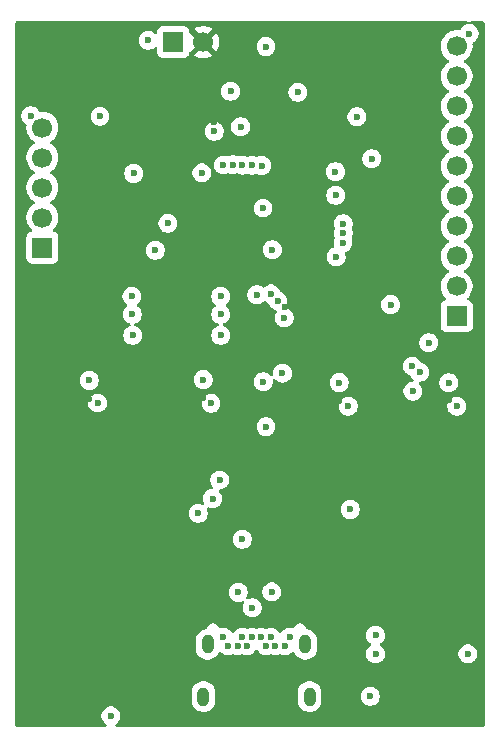
<source format=gbr>
%TF.GenerationSoftware,KiCad,Pcbnew,9.0.4*%
%TF.CreationDate,2025-09-10T15:59:19+03:00*%
%TF.ProjectId,Asius1,41736975-7331-42e6-9b69-6361645f7063,rev?*%
%TF.SameCoordinates,Original*%
%TF.FileFunction,Copper,L3,Inr*%
%TF.FilePolarity,Positive*%
%FSLAX46Y46*%
G04 Gerber Fmt 4.6, Leading zero omitted, Abs format (unit mm)*
G04 Created by KiCad (PCBNEW 9.0.4) date 2025-09-10 15:59:19*
%MOMM*%
%LPD*%
G01*
G04 APERTURE LIST*
%TA.AperFunction,ComponentPad*%
%ADD10O,1.000000X1.600000*%
%TD*%
%TA.AperFunction,ComponentPad*%
%ADD11C,0.600000*%
%TD*%
%TA.AperFunction,ComponentPad*%
%ADD12R,1.700000X1.700000*%
%TD*%
%TA.AperFunction,ComponentPad*%
%ADD13C,1.700000*%
%TD*%
%TA.AperFunction,ViaPad*%
%ADD14C,0.600000*%
%TD*%
G04 APERTURE END LIST*
D10*
%TO.N,GND*%
%TO.C,USBC1*%
X82560000Y-127810000D03*
X82920000Y-123400000D03*
X91180000Y-123400000D03*
X91540000Y-127810000D03*
D11*
X89850000Y-122810000D03*
%TO.N,/CAN3_H*%
X89450000Y-123510000D03*
%TO.N,/CAN3_L*%
X88650000Y-123510000D03*
%TO.N,+5V*%
X88250000Y-122810000D03*
%TO.N,Net-(USBC1-CC2)*%
X87850000Y-123510000D03*
%TO.N,/D+*%
X87450000Y-122810000D03*
%TO.N,/D-*%
X86650000Y-122810000D03*
%TO.N,/SBU2*%
X86250000Y-123510000D03*
%TO.N,+5V*%
X85850000Y-122810000D03*
%TO.N,/CAN4_L*%
X85450000Y-123510000D03*
%TO.N,/CAN4_H*%
X84650000Y-123510000D03*
%TO.N,GND*%
X84250000Y-122810000D03*
%TD*%
D12*
%TO.N,/PC2*%
%TO.C,J2*%
X104000000Y-95610000D03*
D13*
%TO.N,/PC4*%
X104000000Y-93070000D03*
%TO.N,/PC8*%
X104000000Y-90530000D03*
%TO.N,/PC10*%
X104000000Y-87990000D03*
%TO.N,/PC11*%
X104000000Y-85450000D03*
%TO.N,/PC12*%
X104000000Y-82910000D03*
%TO.N,/PA1*%
X104000000Y-80370000D03*
%TO.N,/PA13*%
X104000000Y-77830000D03*
%TO.N,/PA14*%
X104000000Y-75290000D03*
%TO.N,GND*%
X104000000Y-72750000D03*
%TD*%
D12*
%TO.N,/MOSI*%
%TO.C,J1*%
X68925000Y-89800000D03*
D13*
%TO.N,/MISO*%
X68925000Y-87260000D03*
%TO.N,/SCK*%
X68925000Y-84720000D03*
%TO.N,/NSS*%
X68925000Y-82180000D03*
%TO.N,GND*%
X68925000Y-79640000D03*
%TD*%
D12*
%TO.N,GND*%
%TO.C,J3*%
X80000000Y-72400000D03*
D13*
%TO.N,+3.3V*%
X82540000Y-72400000D03*
%TD*%
D14*
%TO.N,/D+*%
X86700000Y-120300000D03*
%TO.N,GND*%
X85700000Y-79575000D03*
X89400000Y-95750000D03*
X104000000Y-103225000D03*
X77875000Y-72250000D03*
X85850000Y-114487500D03*
X79550000Y-87750000D03*
X95550000Y-78725000D03*
X96675000Y-127800000D03*
X93737500Y-83375000D03*
X88871366Y-94325000D03*
X84850000Y-76575000D03*
X104950000Y-124200000D03*
X78475000Y-90025000D03*
X103325000Y-101250000D03*
X82550000Y-100975000D03*
X94050000Y-101225000D03*
X90550000Y-76650000D03*
X72900000Y-101050000D03*
X76650000Y-83525000D03*
X83200000Y-102975000D03*
X74725000Y-129450000D03*
X96800000Y-82275000D03*
X73590544Y-102957772D03*
X73800000Y-78675000D03*
X87850000Y-72775000D03*
X82425000Y-83475000D03*
X94825000Y-103225000D03*
X67925000Y-78625000D03*
X105050000Y-71675000D03*
X97125000Y-124200000D03*
X93750000Y-85375000D03*
%TO.N,+3.3V*%
X83475000Y-79149000D03*
X102500000Y-114025000D03*
X79275000Y-92175000D03*
X94225000Y-81225000D03*
X72875000Y-102600000D03*
X89400000Y-79300000D03*
X84575000Y-72400000D03*
X103350000Y-102710008D03*
X82525000Y-102525000D03*
X94050000Y-102750000D03*
X69675000Y-95450000D03*
X79275000Y-82500000D03*
X89475000Y-94850000D03*
X73775000Y-80400000D03*
X97000000Y-72225000D03*
%TO.N,Net-(D1-K)*%
X76500000Y-93925000D03*
X84026000Y-93925000D03*
%TO.N,Net-(D2-K)*%
X76525000Y-95450000D03*
X84026000Y-95450000D03*
%TO.N,Net-(D4-K)*%
X76575000Y-97225000D03*
X84026000Y-97225000D03*
%TO.N,/PC10*%
X94375000Y-89375000D03*
%TO.N,/PA13*%
X88275000Y-93725000D03*
%TO.N,/PC11*%
X94399208Y-88575364D03*
%TO.N,/PC4*%
X87600000Y-86450000D03*
%TO.N,/PC12*%
X94400697Y-87775363D03*
%TO.N,/PA14*%
X93800000Y-90575000D03*
%TO.N,/PA1*%
X83464057Y-79948925D03*
%TO.N,/PC8*%
X88400000Y-89975000D03*
%TO.N,/PC2*%
X85837201Y-82811736D03*
%TO.N,/SBU2*%
X85037793Y-82780890D03*
X82125000Y-112300000D03*
X83325000Y-111050000D03*
%TO.N,/SBU1*%
X87850000Y-104961765D03*
X87475000Y-82850000D03*
%TO.N,/CAN3_R*%
X87075000Y-93800000D03*
X100295000Y-101955000D03*
%TO.N,/CAN1_R*%
X100850000Y-100350000D03*
X89250000Y-100425000D03*
%TO.N,/CAN3_T*%
X101625000Y-97850000D03*
X98400000Y-94625000D03*
%TO.N,/CAN1_E*%
X86636712Y-82839758D03*
X83924000Y-109475000D03*
%TO.N,/CAN1_T*%
X100225000Y-99825000D03*
X87626000Y-101163235D03*
%TO.N,/CAN3_E*%
X94985000Y-111975000D03*
X84238189Y-82806107D03*
%TO.N,+5V*%
X88350000Y-118950000D03*
X85501000Y-119000000D03*
X97125000Y-122625000D03*
%TD*%
%TA.AperFunction,Conductor*%
%TO.N,+3.3V*%
G36*
X104955601Y-70660185D02*
G01*
X105001356Y-70712989D01*
X105011300Y-70782147D01*
X104982275Y-70845703D01*
X104923497Y-70883477D01*
X104912753Y-70886117D01*
X104816510Y-70905261D01*
X104816498Y-70905264D01*
X104670827Y-70965602D01*
X104670814Y-70965609D01*
X104539711Y-71053210D01*
X104539707Y-71053213D01*
X104428213Y-71164707D01*
X104428207Y-71164715D01*
X104340607Y-71295818D01*
X104340605Y-71295821D01*
X104323285Y-71337634D01*
X104279442Y-71392036D01*
X104213147Y-71414099D01*
X104189328Y-71412651D01*
X104106294Y-71399500D01*
X104106287Y-71399500D01*
X103893713Y-71399500D01*
X103845042Y-71407208D01*
X103683760Y-71432753D01*
X103481585Y-71498444D01*
X103292179Y-71594951D01*
X103120213Y-71719890D01*
X102969890Y-71870213D01*
X102844951Y-72042179D01*
X102748444Y-72231585D01*
X102682753Y-72433760D01*
X102665687Y-72541510D01*
X102649500Y-72643713D01*
X102649500Y-72856287D01*
X102656424Y-72900000D01*
X102680260Y-73050500D01*
X102682754Y-73066243D01*
X102732802Y-73220275D01*
X102748444Y-73268414D01*
X102844951Y-73457820D01*
X102969890Y-73629786D01*
X103120213Y-73780109D01*
X103292182Y-73905050D01*
X103300946Y-73909516D01*
X103351742Y-73957491D01*
X103368536Y-74025312D01*
X103345998Y-74091447D01*
X103300946Y-74130484D01*
X103292182Y-74134949D01*
X103120213Y-74259890D01*
X102969890Y-74410213D01*
X102844951Y-74582179D01*
X102748444Y-74771585D01*
X102682753Y-74973760D01*
X102649500Y-75183713D01*
X102649500Y-75396287D01*
X102682754Y-75606243D01*
X102747419Y-75805261D01*
X102748444Y-75808414D01*
X102844951Y-75997820D01*
X102969890Y-76169786D01*
X103120213Y-76320109D01*
X103292182Y-76445050D01*
X103300946Y-76449516D01*
X103351742Y-76497491D01*
X103368536Y-76565312D01*
X103345998Y-76631447D01*
X103300946Y-76670484D01*
X103292182Y-76674949D01*
X103120213Y-76799890D01*
X102969890Y-76950213D01*
X102844951Y-77122179D01*
X102748444Y-77311585D01*
X102682753Y-77513760D01*
X102649500Y-77723713D01*
X102649500Y-77936286D01*
X102677759Y-78114711D01*
X102682754Y-78146243D01*
X102740106Y-78322754D01*
X102748444Y-78348414D01*
X102844951Y-78537820D01*
X102969890Y-78709786D01*
X103120213Y-78860109D01*
X103292182Y-78985050D01*
X103300946Y-78989516D01*
X103351742Y-79037491D01*
X103368536Y-79105312D01*
X103345998Y-79171447D01*
X103300946Y-79210484D01*
X103292182Y-79214949D01*
X103120213Y-79339890D01*
X102969890Y-79490213D01*
X102844951Y-79662179D01*
X102748444Y-79851585D01*
X102682753Y-80053760D01*
X102649500Y-80263713D01*
X102649500Y-80476286D01*
X102682753Y-80686239D01*
X102748444Y-80888414D01*
X102844951Y-81077820D01*
X102969890Y-81249786D01*
X103120213Y-81400109D01*
X103292182Y-81525050D01*
X103300946Y-81529516D01*
X103351742Y-81577491D01*
X103368536Y-81645312D01*
X103345998Y-81711447D01*
X103300946Y-81750484D01*
X103292182Y-81754949D01*
X103120213Y-81879890D01*
X102969890Y-82030213D01*
X102844951Y-82202179D01*
X102748444Y-82391585D01*
X102682753Y-82593760D01*
X102649500Y-82803713D01*
X102649500Y-83016286D01*
X102680198Y-83210109D01*
X102682754Y-83226243D01*
X102748275Y-83427896D01*
X102748444Y-83428414D01*
X102844951Y-83617820D01*
X102969890Y-83789786D01*
X103120213Y-83940109D01*
X103292182Y-84065050D01*
X103300946Y-84069516D01*
X103351742Y-84117491D01*
X103368536Y-84185312D01*
X103345998Y-84251447D01*
X103300946Y-84290484D01*
X103292182Y-84294949D01*
X103120213Y-84419890D01*
X102969890Y-84570213D01*
X102844951Y-84742179D01*
X102748444Y-84931585D01*
X102682753Y-85133760D01*
X102649500Y-85343713D01*
X102649500Y-85556286D01*
X102680198Y-85750109D01*
X102682754Y-85766243D01*
X102739117Y-85939711D01*
X102748444Y-85968414D01*
X102844951Y-86157820D01*
X102969890Y-86329786D01*
X103120213Y-86480109D01*
X103292182Y-86605050D01*
X103300946Y-86609516D01*
X103351742Y-86657491D01*
X103368536Y-86725312D01*
X103345998Y-86791447D01*
X103300946Y-86830484D01*
X103292182Y-86834949D01*
X103120213Y-86959890D01*
X102969890Y-87110213D01*
X102844951Y-87282179D01*
X102748444Y-87471585D01*
X102682753Y-87673760D01*
X102649500Y-87883713D01*
X102649500Y-88096286D01*
X102680197Y-88290104D01*
X102682754Y-88306243D01*
X102747726Y-88506206D01*
X102748444Y-88508414D01*
X102844951Y-88697820D01*
X102969890Y-88869786D01*
X103120213Y-89020109D01*
X103292182Y-89145050D01*
X103300946Y-89149516D01*
X103351742Y-89197491D01*
X103368536Y-89265312D01*
X103345998Y-89331447D01*
X103300946Y-89370484D01*
X103292182Y-89374949D01*
X103120213Y-89499890D01*
X102969890Y-89650213D01*
X102844951Y-89822179D01*
X102748444Y-90011585D01*
X102682753Y-90213760D01*
X102662521Y-90341502D01*
X102649500Y-90423713D01*
X102649500Y-90636287D01*
X102652281Y-90653844D01*
X102679468Y-90825500D01*
X102682754Y-90846243D01*
X102717822Y-90954172D01*
X102748444Y-91048414D01*
X102844951Y-91237820D01*
X102969890Y-91409786D01*
X103120213Y-91560109D01*
X103292182Y-91685050D01*
X103300946Y-91689516D01*
X103351742Y-91737491D01*
X103368536Y-91805312D01*
X103345998Y-91871447D01*
X103300946Y-91910484D01*
X103292182Y-91914949D01*
X103120213Y-92039890D01*
X102969890Y-92190213D01*
X102844951Y-92362179D01*
X102748444Y-92551585D01*
X102682753Y-92753760D01*
X102655711Y-92924500D01*
X102649500Y-92963713D01*
X102649500Y-93176287D01*
X102655585Y-93214707D01*
X102676352Y-93345826D01*
X102682754Y-93386243D01*
X102741324Y-93566503D01*
X102748444Y-93588414D01*
X102844951Y-93777820D01*
X102969890Y-93949786D01*
X103083430Y-94063326D01*
X103116915Y-94124649D01*
X103111931Y-94194341D01*
X103070059Y-94250274D01*
X103039083Y-94267189D01*
X102907669Y-94316203D01*
X102907664Y-94316206D01*
X102792455Y-94402452D01*
X102792452Y-94402455D01*
X102706206Y-94517664D01*
X102706202Y-94517671D01*
X102655908Y-94652517D01*
X102650354Y-94704184D01*
X102649501Y-94712123D01*
X102649500Y-94712135D01*
X102649500Y-96507870D01*
X102649501Y-96507876D01*
X102655908Y-96567483D01*
X102706202Y-96702328D01*
X102706206Y-96702335D01*
X102792452Y-96817544D01*
X102792455Y-96817547D01*
X102907664Y-96903793D01*
X102907671Y-96903797D01*
X103042517Y-96954091D01*
X103042516Y-96954091D01*
X103049444Y-96954835D01*
X103102127Y-96960500D01*
X104897872Y-96960499D01*
X104957483Y-96954091D01*
X105092331Y-96903796D01*
X105207546Y-96817546D01*
X105293796Y-96702331D01*
X105344091Y-96567483D01*
X105350500Y-96507873D01*
X105350499Y-94712128D01*
X105344091Y-94652517D01*
X105341795Y-94646362D01*
X105293797Y-94517671D01*
X105293793Y-94517664D01*
X105207547Y-94402455D01*
X105207544Y-94402452D01*
X105092335Y-94316206D01*
X105092328Y-94316202D01*
X104960917Y-94267189D01*
X104904983Y-94225318D01*
X104880566Y-94159853D01*
X104895418Y-94091580D01*
X104916563Y-94063332D01*
X105030104Y-93949792D01*
X105054942Y-93915606D01*
X105155048Y-93777820D01*
X105155047Y-93777820D01*
X105155051Y-93777816D01*
X105251557Y-93588412D01*
X105317246Y-93386243D01*
X105350500Y-93176287D01*
X105350500Y-92963713D01*
X105317246Y-92753757D01*
X105251557Y-92551588D01*
X105155051Y-92362184D01*
X105155049Y-92362181D01*
X105155048Y-92362179D01*
X105030109Y-92190213D01*
X104879786Y-92039890D01*
X104707820Y-91914951D01*
X104707115Y-91914591D01*
X104699054Y-91910485D01*
X104648259Y-91862512D01*
X104631463Y-91794692D01*
X104653999Y-91728556D01*
X104699054Y-91689515D01*
X104707816Y-91685051D01*
X104729789Y-91669086D01*
X104879786Y-91560109D01*
X104879788Y-91560106D01*
X104879792Y-91560104D01*
X105030104Y-91409792D01*
X105030106Y-91409788D01*
X105030109Y-91409786D01*
X105155048Y-91237820D01*
X105155047Y-91237820D01*
X105155051Y-91237816D01*
X105251557Y-91048412D01*
X105317246Y-90846243D01*
X105350500Y-90636287D01*
X105350500Y-90423713D01*
X105317246Y-90213757D01*
X105251557Y-90011588D01*
X105155051Y-89822184D01*
X105155049Y-89822181D01*
X105155048Y-89822179D01*
X105030109Y-89650213D01*
X104879786Y-89499890D01*
X104707820Y-89374951D01*
X104707115Y-89374591D01*
X104699054Y-89370485D01*
X104648259Y-89322512D01*
X104631463Y-89254692D01*
X104653999Y-89188556D01*
X104699054Y-89149515D01*
X104707816Y-89145051D01*
X104729789Y-89129086D01*
X104879786Y-89020109D01*
X104879788Y-89020106D01*
X104879792Y-89020104D01*
X105030104Y-88869792D01*
X105030106Y-88869788D01*
X105030109Y-88869786D01*
X105155048Y-88697820D01*
X105155047Y-88697820D01*
X105155051Y-88697816D01*
X105251557Y-88508412D01*
X105317246Y-88306243D01*
X105350500Y-88096287D01*
X105350500Y-87883713D01*
X105317246Y-87673757D01*
X105251557Y-87471588D01*
X105155051Y-87282184D01*
X105155049Y-87282181D01*
X105155048Y-87282179D01*
X105030109Y-87110213D01*
X104879786Y-86959890D01*
X104707820Y-86834951D01*
X104707115Y-86834591D01*
X104699054Y-86830485D01*
X104648259Y-86782512D01*
X104631463Y-86714692D01*
X104653999Y-86648556D01*
X104699054Y-86609515D01*
X104707816Y-86605051D01*
X104812707Y-86528844D01*
X104879786Y-86480109D01*
X104879788Y-86480106D01*
X104879792Y-86480104D01*
X105030104Y-86329792D01*
X105030106Y-86329788D01*
X105030109Y-86329786D01*
X105155048Y-86157820D01*
X105155047Y-86157820D01*
X105155051Y-86157816D01*
X105251557Y-85968412D01*
X105317246Y-85766243D01*
X105350500Y-85556287D01*
X105350500Y-85343713D01*
X105317246Y-85133757D01*
X105251557Y-84931588D01*
X105155051Y-84742184D01*
X105155049Y-84742181D01*
X105155048Y-84742179D01*
X105030109Y-84570213D01*
X104879786Y-84419890D01*
X104707820Y-84294951D01*
X104707115Y-84294591D01*
X104699054Y-84290485D01*
X104648259Y-84242512D01*
X104631463Y-84174692D01*
X104653999Y-84108556D01*
X104699054Y-84069515D01*
X104707816Y-84065051D01*
X104780589Y-84012179D01*
X104879786Y-83940109D01*
X104879788Y-83940106D01*
X104879792Y-83940104D01*
X105030104Y-83789792D01*
X105030106Y-83789788D01*
X105030109Y-83789786D01*
X105155048Y-83617820D01*
X105155047Y-83617820D01*
X105155051Y-83617816D01*
X105251557Y-83428412D01*
X105317246Y-83226243D01*
X105350500Y-83016287D01*
X105350500Y-82803713D01*
X105317246Y-82593757D01*
X105251557Y-82391588D01*
X105155051Y-82202184D01*
X105155049Y-82202181D01*
X105155048Y-82202179D01*
X105030109Y-82030213D01*
X104879786Y-81879890D01*
X104707820Y-81754951D01*
X104707115Y-81754591D01*
X104699054Y-81750485D01*
X104648259Y-81702512D01*
X104631463Y-81634692D01*
X104653999Y-81568556D01*
X104699054Y-81529515D01*
X104707816Y-81525051D01*
X104780589Y-81472179D01*
X104879786Y-81400109D01*
X104879788Y-81400106D01*
X104879792Y-81400104D01*
X105030104Y-81249792D01*
X105030106Y-81249788D01*
X105030109Y-81249786D01*
X105155048Y-81077820D01*
X105155047Y-81077820D01*
X105155051Y-81077816D01*
X105251557Y-80888412D01*
X105317246Y-80686243D01*
X105350500Y-80476287D01*
X105350500Y-80263713D01*
X105317246Y-80053757D01*
X105251557Y-79851588D01*
X105155051Y-79662184D01*
X105155049Y-79662181D01*
X105155048Y-79662179D01*
X105030109Y-79490213D01*
X104879786Y-79339890D01*
X104707820Y-79214951D01*
X104707115Y-79214591D01*
X104699054Y-79210485D01*
X104648259Y-79162512D01*
X104631463Y-79094692D01*
X104653999Y-79028556D01*
X104699054Y-78989515D01*
X104707816Y-78985051D01*
X104813179Y-78908501D01*
X104879786Y-78860109D01*
X104879788Y-78860106D01*
X104879792Y-78860104D01*
X105030104Y-78709792D01*
X105030106Y-78709788D01*
X105030109Y-78709786D01*
X105155048Y-78537820D01*
X105155047Y-78537820D01*
X105155051Y-78537816D01*
X105251557Y-78348412D01*
X105317246Y-78146243D01*
X105350500Y-77936287D01*
X105350500Y-77723713D01*
X105317246Y-77513757D01*
X105251557Y-77311588D01*
X105155051Y-77122184D01*
X105155049Y-77122181D01*
X105155048Y-77122179D01*
X105030109Y-76950213D01*
X104879786Y-76799890D01*
X104707820Y-76674951D01*
X104707115Y-76674591D01*
X104699054Y-76670485D01*
X104648259Y-76622512D01*
X104631463Y-76554692D01*
X104653999Y-76488556D01*
X104699054Y-76449515D01*
X104707816Y-76445051D01*
X104747116Y-76416498D01*
X104879786Y-76320109D01*
X104879788Y-76320106D01*
X104879792Y-76320104D01*
X105030104Y-76169792D01*
X105030106Y-76169788D01*
X105030109Y-76169786D01*
X105155048Y-75997820D01*
X105155047Y-75997820D01*
X105155051Y-75997816D01*
X105251557Y-75808412D01*
X105317246Y-75606243D01*
X105350500Y-75396287D01*
X105350500Y-75183713D01*
X105317246Y-74973757D01*
X105251557Y-74771588D01*
X105155051Y-74582184D01*
X105155049Y-74582181D01*
X105155048Y-74582179D01*
X105030109Y-74410213D01*
X104879786Y-74259890D01*
X104707820Y-74134951D01*
X104707115Y-74134591D01*
X104699054Y-74130485D01*
X104648259Y-74082512D01*
X104631463Y-74014692D01*
X104653999Y-73948556D01*
X104699054Y-73909515D01*
X104707816Y-73905051D01*
X104729789Y-73889086D01*
X104879786Y-73780109D01*
X104879788Y-73780106D01*
X104879792Y-73780104D01*
X105030104Y-73629792D01*
X105030106Y-73629788D01*
X105030109Y-73629786D01*
X105155048Y-73457820D01*
X105155047Y-73457820D01*
X105155051Y-73457816D01*
X105251557Y-73268412D01*
X105317246Y-73066243D01*
X105350500Y-72856287D01*
X105350500Y-72643713D01*
X105332092Y-72527491D01*
X105341046Y-72458199D01*
X105386043Y-72404747D01*
X105407106Y-72393536D01*
X105429179Y-72384394D01*
X105560289Y-72296789D01*
X105671789Y-72185289D01*
X105759394Y-72054179D01*
X105764363Y-72042184D01*
X105779655Y-72005264D01*
X105819737Y-71908497D01*
X105850500Y-71753842D01*
X105850500Y-71596158D01*
X105850500Y-71596155D01*
X105850499Y-71596153D01*
X105849884Y-71593059D01*
X105819737Y-71441503D01*
X105788878Y-71367002D01*
X105759397Y-71295827D01*
X105759390Y-71295814D01*
X105671789Y-71164711D01*
X105671786Y-71164707D01*
X105560292Y-71053213D01*
X105560288Y-71053210D01*
X105429185Y-70965609D01*
X105429172Y-70965602D01*
X105283501Y-70905264D01*
X105283489Y-70905261D01*
X105187247Y-70886117D01*
X105125336Y-70853732D01*
X105090762Y-70793016D01*
X105094501Y-70723247D01*
X105135368Y-70666575D01*
X105200386Y-70640994D01*
X105211438Y-70640500D01*
X106235500Y-70640500D01*
X106302539Y-70660185D01*
X106348294Y-70712989D01*
X106359500Y-70764500D01*
X106359500Y-130235500D01*
X106339815Y-130302539D01*
X106287011Y-130348294D01*
X106235500Y-130359500D01*
X75213473Y-130359500D01*
X75146434Y-130339815D01*
X75100679Y-130287011D01*
X75090735Y-130217853D01*
X75119760Y-130154297D01*
X75144582Y-130132398D01*
X75181180Y-130107943D01*
X75235289Y-130071789D01*
X75346789Y-129960289D01*
X75434394Y-129829179D01*
X75494737Y-129683497D01*
X75525500Y-129528842D01*
X75525500Y-129371158D01*
X75525500Y-129371155D01*
X75525499Y-129371153D01*
X75494738Y-129216510D01*
X75494737Y-129216503D01*
X75494735Y-129216498D01*
X75434397Y-129070827D01*
X75434390Y-129070814D01*
X75346789Y-128939711D01*
X75346786Y-128939707D01*
X75235292Y-128828213D01*
X75235288Y-128828210D01*
X75104185Y-128740609D01*
X75104172Y-128740602D01*
X74958501Y-128680264D01*
X74958489Y-128680261D01*
X74803845Y-128649500D01*
X74803842Y-128649500D01*
X74646158Y-128649500D01*
X74646155Y-128649500D01*
X74491510Y-128680261D01*
X74491498Y-128680264D01*
X74345827Y-128740602D01*
X74345814Y-128740609D01*
X74214711Y-128828210D01*
X74214707Y-128828213D01*
X74103213Y-128939707D01*
X74103210Y-128939711D01*
X74015609Y-129070814D01*
X74015602Y-129070827D01*
X73955264Y-129216498D01*
X73955261Y-129216510D01*
X73924500Y-129371153D01*
X73924500Y-129528846D01*
X73955261Y-129683489D01*
X73955264Y-129683501D01*
X74015602Y-129829172D01*
X74015609Y-129829185D01*
X74103210Y-129960288D01*
X74103213Y-129960292D01*
X74214707Y-130071786D01*
X74214711Y-130071789D01*
X74305418Y-130132398D01*
X74350223Y-130186010D01*
X74358930Y-130255335D01*
X74328776Y-130318363D01*
X74269332Y-130355082D01*
X74236527Y-130359500D01*
X66764500Y-130359500D01*
X66697461Y-130339815D01*
X66651706Y-130287011D01*
X66640500Y-130235500D01*
X66640500Y-128208543D01*
X81559499Y-128208543D01*
X81597947Y-128401829D01*
X81597950Y-128401839D01*
X81673364Y-128583907D01*
X81673371Y-128583920D01*
X81782860Y-128747781D01*
X81782863Y-128747785D01*
X81922214Y-128887136D01*
X81922218Y-128887139D01*
X82086079Y-128996628D01*
X82086092Y-128996635D01*
X82265195Y-129070821D01*
X82268165Y-129072051D01*
X82268169Y-129072051D01*
X82268170Y-129072052D01*
X82461456Y-129110500D01*
X82461459Y-129110500D01*
X82658543Y-129110500D01*
X82788582Y-129084632D01*
X82851835Y-129072051D01*
X83033914Y-128996632D01*
X83197782Y-128887139D01*
X83337139Y-128747782D01*
X83446632Y-128583914D01*
X83522051Y-128401835D01*
X83560500Y-128208543D01*
X90539499Y-128208543D01*
X90577947Y-128401829D01*
X90577950Y-128401839D01*
X90653364Y-128583907D01*
X90653371Y-128583920D01*
X90762860Y-128747781D01*
X90762863Y-128747785D01*
X90902214Y-128887136D01*
X90902218Y-128887139D01*
X91066079Y-128996628D01*
X91066092Y-128996635D01*
X91245195Y-129070821D01*
X91248165Y-129072051D01*
X91248169Y-129072051D01*
X91248170Y-129072052D01*
X91441456Y-129110500D01*
X91441459Y-129110500D01*
X91638543Y-129110500D01*
X91768582Y-129084632D01*
X91831835Y-129072051D01*
X92013914Y-128996632D01*
X92177782Y-128887139D01*
X92317139Y-128747782D01*
X92426632Y-128583914D01*
X92502051Y-128401835D01*
X92540500Y-128208541D01*
X92540500Y-127721153D01*
X95874500Y-127721153D01*
X95874500Y-127878846D01*
X95905261Y-128033489D01*
X95905264Y-128033501D01*
X95965602Y-128179172D01*
X95965609Y-128179185D01*
X96053210Y-128310288D01*
X96053213Y-128310292D01*
X96164707Y-128421786D01*
X96164711Y-128421789D01*
X96295814Y-128509390D01*
X96295827Y-128509397D01*
X96441498Y-128569735D01*
X96441503Y-128569737D01*
X96596153Y-128600499D01*
X96596156Y-128600500D01*
X96596158Y-128600500D01*
X96753844Y-128600500D01*
X96753845Y-128600499D01*
X96908497Y-128569737D01*
X97054179Y-128509394D01*
X97185289Y-128421789D01*
X97296789Y-128310289D01*
X97384394Y-128179179D01*
X97444737Y-128033497D01*
X97475500Y-127878842D01*
X97475500Y-127721158D01*
X97475500Y-127721155D01*
X97475499Y-127721153D01*
X97444738Y-127566510D01*
X97444737Y-127566503D01*
X97444735Y-127566498D01*
X97384397Y-127420827D01*
X97384390Y-127420814D01*
X97296789Y-127289711D01*
X97296786Y-127289707D01*
X97185292Y-127178213D01*
X97185288Y-127178210D01*
X97054185Y-127090609D01*
X97054172Y-127090602D01*
X96908501Y-127030264D01*
X96908489Y-127030261D01*
X96753845Y-126999500D01*
X96753842Y-126999500D01*
X96596158Y-126999500D01*
X96596155Y-126999500D01*
X96441510Y-127030261D01*
X96441498Y-127030264D01*
X96295827Y-127090602D01*
X96295814Y-127090609D01*
X96164711Y-127178210D01*
X96164707Y-127178213D01*
X96053213Y-127289707D01*
X96053210Y-127289711D01*
X95965609Y-127420814D01*
X95965602Y-127420827D01*
X95905264Y-127566498D01*
X95905261Y-127566510D01*
X95874500Y-127721153D01*
X92540500Y-127721153D01*
X92540500Y-127411459D01*
X92540500Y-127411456D01*
X92502052Y-127218170D01*
X92502051Y-127218169D01*
X92502051Y-127218165D01*
X92502049Y-127218160D01*
X92426635Y-127036092D01*
X92426628Y-127036079D01*
X92317139Y-126872218D01*
X92317136Y-126872214D01*
X92177785Y-126732863D01*
X92177781Y-126732860D01*
X92013920Y-126623371D01*
X92013907Y-126623364D01*
X91831839Y-126547950D01*
X91831829Y-126547947D01*
X91638543Y-126509500D01*
X91638541Y-126509500D01*
X91441459Y-126509500D01*
X91441457Y-126509500D01*
X91248170Y-126547947D01*
X91248160Y-126547950D01*
X91066092Y-126623364D01*
X91066079Y-126623371D01*
X90902218Y-126732860D01*
X90902214Y-126732863D01*
X90762863Y-126872214D01*
X90762860Y-126872218D01*
X90653371Y-127036079D01*
X90653364Y-127036092D01*
X90577950Y-127218160D01*
X90577947Y-127218170D01*
X90539500Y-127411456D01*
X90539500Y-127411459D01*
X90539500Y-128208541D01*
X90539500Y-128208543D01*
X90539499Y-128208543D01*
X83560500Y-128208543D01*
X83560500Y-128208541D01*
X83560500Y-127411459D01*
X83560500Y-127411456D01*
X83522052Y-127218170D01*
X83522051Y-127218169D01*
X83522051Y-127218165D01*
X83522049Y-127218160D01*
X83446635Y-127036092D01*
X83446628Y-127036079D01*
X83337139Y-126872218D01*
X83337136Y-126872214D01*
X83197785Y-126732863D01*
X83197781Y-126732860D01*
X83033920Y-126623371D01*
X83033907Y-126623364D01*
X82851839Y-126547950D01*
X82851829Y-126547947D01*
X82658543Y-126509500D01*
X82658541Y-126509500D01*
X82461459Y-126509500D01*
X82461457Y-126509500D01*
X82268170Y-126547947D01*
X82268160Y-126547950D01*
X82086092Y-126623364D01*
X82086079Y-126623371D01*
X81922218Y-126732860D01*
X81922214Y-126732863D01*
X81782863Y-126872214D01*
X81782860Y-126872218D01*
X81673371Y-127036079D01*
X81673364Y-127036092D01*
X81597950Y-127218160D01*
X81597947Y-127218170D01*
X81559500Y-127411456D01*
X81559500Y-127411459D01*
X81559500Y-128208541D01*
X81559500Y-128208543D01*
X81559499Y-128208543D01*
X66640500Y-128208543D01*
X66640500Y-123798543D01*
X81919499Y-123798543D01*
X81957947Y-123991829D01*
X81957950Y-123991839D01*
X82033364Y-124173907D01*
X82033371Y-124173920D01*
X82142860Y-124337781D01*
X82142863Y-124337785D01*
X82282214Y-124477136D01*
X82282218Y-124477139D01*
X82446079Y-124586628D01*
X82446092Y-124586635D01*
X82628160Y-124662049D01*
X82628165Y-124662051D01*
X82628169Y-124662051D01*
X82628170Y-124662052D01*
X82821456Y-124700500D01*
X82821459Y-124700500D01*
X83018543Y-124700500D01*
X83148582Y-124674632D01*
X83211835Y-124662051D01*
X83393914Y-124586632D01*
X83557782Y-124477139D01*
X83697139Y-124337782D01*
X83806632Y-124173914D01*
X83806633Y-124173911D01*
X83806635Y-124173908D01*
X83845508Y-124080058D01*
X83889348Y-124025654D01*
X83955642Y-124003589D01*
X84023342Y-124020868D01*
X84047750Y-124039829D01*
X84139707Y-124131786D01*
X84139711Y-124131789D01*
X84270814Y-124219390D01*
X84270827Y-124219397D01*
X84414342Y-124278842D01*
X84416503Y-124279737D01*
X84571153Y-124310499D01*
X84571156Y-124310500D01*
X84571158Y-124310500D01*
X84728844Y-124310500D01*
X84728845Y-124310499D01*
X84883497Y-124279737D01*
X85002548Y-124230425D01*
X85072017Y-124222956D01*
X85097453Y-124230425D01*
X85216503Y-124279737D01*
X85371153Y-124310499D01*
X85371156Y-124310500D01*
X85371158Y-124310500D01*
X85528844Y-124310500D01*
X85528845Y-124310499D01*
X85683497Y-124279737D01*
X85802548Y-124230425D01*
X85872017Y-124222956D01*
X85897453Y-124230425D01*
X86016503Y-124279737D01*
X86171153Y-124310499D01*
X86171156Y-124310500D01*
X86171158Y-124310500D01*
X86328844Y-124310500D01*
X86328845Y-124310499D01*
X86483497Y-124279737D01*
X86629179Y-124219394D01*
X86760289Y-124131789D01*
X86871789Y-124020289D01*
X86946898Y-123907881D01*
X87000510Y-123863076D01*
X87069835Y-123854369D01*
X87132863Y-123884523D01*
X87153102Y-123907881D01*
X87228210Y-124020288D01*
X87228213Y-124020292D01*
X87339707Y-124131786D01*
X87339711Y-124131789D01*
X87470814Y-124219390D01*
X87470827Y-124219397D01*
X87614342Y-124278842D01*
X87616503Y-124279737D01*
X87771153Y-124310499D01*
X87771156Y-124310500D01*
X87771158Y-124310500D01*
X87928844Y-124310500D01*
X87928845Y-124310499D01*
X88083497Y-124279737D01*
X88202548Y-124230425D01*
X88272017Y-124222956D01*
X88297453Y-124230425D01*
X88416503Y-124279737D01*
X88571153Y-124310499D01*
X88571156Y-124310500D01*
X88571158Y-124310500D01*
X88728844Y-124310500D01*
X88728845Y-124310499D01*
X88883497Y-124279737D01*
X89002548Y-124230425D01*
X89072017Y-124222956D01*
X89097453Y-124230425D01*
X89216503Y-124279737D01*
X89371153Y-124310499D01*
X89371156Y-124310500D01*
X89371158Y-124310500D01*
X89528844Y-124310500D01*
X89528845Y-124310499D01*
X89683497Y-124279737D01*
X89829179Y-124219394D01*
X89960289Y-124131789D01*
X90052250Y-124039827D01*
X90113571Y-124006344D01*
X90183263Y-124011328D01*
X90239197Y-124053199D01*
X90254491Y-124080057D01*
X90293366Y-124173911D01*
X90293371Y-124173920D01*
X90402860Y-124337781D01*
X90402863Y-124337785D01*
X90542214Y-124477136D01*
X90542218Y-124477139D01*
X90706079Y-124586628D01*
X90706092Y-124586635D01*
X90888160Y-124662049D01*
X90888165Y-124662051D01*
X90888169Y-124662051D01*
X90888170Y-124662052D01*
X91081456Y-124700500D01*
X91081459Y-124700500D01*
X91278543Y-124700500D01*
X91408582Y-124674632D01*
X91471835Y-124662051D01*
X91653914Y-124586632D01*
X91817782Y-124477139D01*
X91957139Y-124337782D01*
X92066632Y-124173914D01*
X92142051Y-123991835D01*
X92176067Y-123820827D01*
X92180500Y-123798543D01*
X92180500Y-123001456D01*
X92142052Y-122808170D01*
X92142051Y-122808169D01*
X92142051Y-122808165D01*
X92098840Y-122703844D01*
X92066635Y-122626092D01*
X92066627Y-122626078D01*
X92055188Y-122608958D01*
X92055187Y-122608957D01*
X92013223Y-122546153D01*
X96324500Y-122546153D01*
X96324500Y-122703846D01*
X96355261Y-122858489D01*
X96355264Y-122858501D01*
X96415602Y-123004172D01*
X96415609Y-123004185D01*
X96503210Y-123135288D01*
X96503213Y-123135292D01*
X96614707Y-123246786D01*
X96614711Y-123246789D01*
X96708411Y-123309398D01*
X96753216Y-123363010D01*
X96761923Y-123432335D01*
X96731768Y-123495363D01*
X96708411Y-123515602D01*
X96614711Y-123578210D01*
X96614707Y-123578213D01*
X96503213Y-123689707D01*
X96503210Y-123689711D01*
X96415609Y-123820814D01*
X96415602Y-123820827D01*
X96355264Y-123966498D01*
X96355261Y-123966510D01*
X96324500Y-124121153D01*
X96324500Y-124278846D01*
X96355261Y-124433489D01*
X96355264Y-124433501D01*
X96415602Y-124579172D01*
X96415609Y-124579185D01*
X96503210Y-124710288D01*
X96503213Y-124710292D01*
X96614707Y-124821786D01*
X96614711Y-124821789D01*
X96745814Y-124909390D01*
X96745827Y-124909397D01*
X96891498Y-124969735D01*
X96891503Y-124969737D01*
X97046153Y-125000499D01*
X97046156Y-125000500D01*
X97046158Y-125000500D01*
X97203844Y-125000500D01*
X97203845Y-125000499D01*
X97358497Y-124969737D01*
X97504179Y-124909394D01*
X97635289Y-124821789D01*
X97746789Y-124710289D01*
X97834394Y-124579179D01*
X97894737Y-124433497D01*
X97925500Y-124278842D01*
X97925500Y-124121158D01*
X97925500Y-124121155D01*
X97925499Y-124121153D01*
X104149500Y-124121153D01*
X104149500Y-124278846D01*
X104180261Y-124433489D01*
X104180264Y-124433501D01*
X104240602Y-124579172D01*
X104240609Y-124579185D01*
X104328210Y-124710288D01*
X104328213Y-124710292D01*
X104439707Y-124821786D01*
X104439711Y-124821789D01*
X104570814Y-124909390D01*
X104570827Y-124909397D01*
X104716498Y-124969735D01*
X104716503Y-124969737D01*
X104871153Y-125000499D01*
X104871156Y-125000500D01*
X104871158Y-125000500D01*
X105028844Y-125000500D01*
X105028845Y-125000499D01*
X105183497Y-124969737D01*
X105329179Y-124909394D01*
X105460289Y-124821789D01*
X105571789Y-124710289D01*
X105659394Y-124579179D01*
X105719737Y-124433497D01*
X105750500Y-124278842D01*
X105750500Y-124121158D01*
X105750500Y-124121155D01*
X105750499Y-124121153D01*
X105736982Y-124053199D01*
X105719737Y-123966503D01*
X105685780Y-123884523D01*
X105659397Y-123820827D01*
X105659390Y-123820814D01*
X105571789Y-123689711D01*
X105571786Y-123689707D01*
X105460292Y-123578213D01*
X105460288Y-123578210D01*
X105329185Y-123490609D01*
X105329172Y-123490602D01*
X105183501Y-123430264D01*
X105183489Y-123430261D01*
X105028845Y-123399500D01*
X105028842Y-123399500D01*
X104871158Y-123399500D01*
X104871155Y-123399500D01*
X104716510Y-123430261D01*
X104716498Y-123430264D01*
X104570827Y-123490602D01*
X104570814Y-123490609D01*
X104439711Y-123578210D01*
X104439707Y-123578213D01*
X104328213Y-123689707D01*
X104328210Y-123689711D01*
X104240609Y-123820814D01*
X104240602Y-123820827D01*
X104180264Y-123966498D01*
X104180261Y-123966510D01*
X104149500Y-124121153D01*
X97925499Y-124121153D01*
X97911982Y-124053199D01*
X97894737Y-123966503D01*
X97860780Y-123884523D01*
X97834397Y-123820827D01*
X97834390Y-123820814D01*
X97746789Y-123689711D01*
X97746786Y-123689707D01*
X97635292Y-123578213D01*
X97635284Y-123578207D01*
X97541589Y-123515602D01*
X97496783Y-123461990D01*
X97488076Y-123392665D01*
X97518230Y-123329638D01*
X97541589Y-123309398D01*
X97601010Y-123269693D01*
X97635289Y-123246789D01*
X97746789Y-123135289D01*
X97834394Y-123004179D01*
X97894737Y-122858497D01*
X97925500Y-122703842D01*
X97925500Y-122546158D01*
X97925500Y-122546155D01*
X97925499Y-122546153D01*
X97907750Y-122456923D01*
X97894737Y-122391503D01*
X97866305Y-122322861D01*
X97834397Y-122245827D01*
X97834390Y-122245814D01*
X97746789Y-122114711D01*
X97746786Y-122114707D01*
X97635292Y-122003213D01*
X97635288Y-122003210D01*
X97504185Y-121915609D01*
X97504172Y-121915602D01*
X97358501Y-121855264D01*
X97358489Y-121855261D01*
X97203845Y-121824500D01*
X97203842Y-121824500D01*
X97046158Y-121824500D01*
X97046155Y-121824500D01*
X96891510Y-121855261D01*
X96891498Y-121855264D01*
X96745827Y-121915602D01*
X96745814Y-121915609D01*
X96614711Y-122003210D01*
X96614707Y-122003213D01*
X96503213Y-122114707D01*
X96503210Y-122114711D01*
X96415609Y-122245814D01*
X96415602Y-122245827D01*
X96355264Y-122391498D01*
X96355261Y-122391510D01*
X96324500Y-122546153D01*
X92013223Y-122546153D01*
X91957139Y-122462217D01*
X91817785Y-122322863D01*
X91817781Y-122322860D01*
X91653920Y-122213371D01*
X91653907Y-122213364D01*
X91471839Y-122137950D01*
X91471829Y-122137947D01*
X91345133Y-122112745D01*
X91283222Y-122080360D01*
X91249551Y-122023223D01*
X91235094Y-121969269D01*
X91220559Y-121934177D01*
X91168348Y-121843745D01*
X91168343Y-121843736D01*
X91145232Y-121813620D01*
X91145231Y-121813619D01*
X91145225Y-121813611D01*
X91071389Y-121739775D01*
X91071379Y-121739767D01*
X91041263Y-121716656D01*
X90950829Y-121664444D01*
X90950825Y-121664442D01*
X90950823Y-121664441D01*
X90915731Y-121649906D01*
X90814868Y-121622880D01*
X90777210Y-121617922D01*
X90672790Y-121617922D01*
X90635132Y-121622880D01*
X90534268Y-121649906D01*
X90499179Y-121664440D01*
X90499170Y-121664444D01*
X90408736Y-121716656D01*
X90378620Y-121739767D01*
X90378605Y-121739780D01*
X90304780Y-121813605D01*
X90304767Y-121813620D01*
X90281656Y-121843736D01*
X90229444Y-121934170D01*
X90229439Y-121934181D01*
X90216678Y-121964990D01*
X90172837Y-122019393D01*
X90106543Y-122041458D01*
X90077926Y-122039154D01*
X89928845Y-122009500D01*
X89928842Y-122009500D01*
X89771158Y-122009500D01*
X89771155Y-122009500D01*
X89616510Y-122040261D01*
X89616498Y-122040264D01*
X89470827Y-122100602D01*
X89470814Y-122100609D01*
X89339711Y-122188210D01*
X89339707Y-122188213D01*
X89228213Y-122299707D01*
X89228210Y-122299711D01*
X89153102Y-122412118D01*
X89099490Y-122456923D01*
X89030165Y-122465630D01*
X88967137Y-122435475D01*
X88946898Y-122412118D01*
X88871789Y-122299711D01*
X88871786Y-122299707D01*
X88760292Y-122188213D01*
X88760288Y-122188210D01*
X88629185Y-122100609D01*
X88629172Y-122100602D01*
X88483501Y-122040264D01*
X88483489Y-122040261D01*
X88328845Y-122009500D01*
X88328842Y-122009500D01*
X88171158Y-122009500D01*
X88171155Y-122009500D01*
X88016510Y-122040261D01*
X88016498Y-122040264D01*
X87897452Y-122089574D01*
X87827982Y-122097043D01*
X87802548Y-122089574D01*
X87683501Y-122040264D01*
X87683489Y-122040261D01*
X87528845Y-122009500D01*
X87528842Y-122009500D01*
X87371158Y-122009500D01*
X87371155Y-122009500D01*
X87216510Y-122040261D01*
X87216498Y-122040264D01*
X87097452Y-122089574D01*
X87027982Y-122097043D01*
X87002548Y-122089574D01*
X86883501Y-122040264D01*
X86883489Y-122040261D01*
X86728845Y-122009500D01*
X86728842Y-122009500D01*
X86571158Y-122009500D01*
X86571155Y-122009500D01*
X86416510Y-122040261D01*
X86416498Y-122040264D01*
X86297452Y-122089574D01*
X86227982Y-122097043D01*
X86202548Y-122089574D01*
X86083501Y-122040264D01*
X86083489Y-122040261D01*
X85928845Y-122009500D01*
X85928842Y-122009500D01*
X85771158Y-122009500D01*
X85771155Y-122009500D01*
X85616510Y-122040261D01*
X85616498Y-122040264D01*
X85470827Y-122100602D01*
X85470814Y-122100609D01*
X85339711Y-122188210D01*
X85339707Y-122188213D01*
X85228213Y-122299707D01*
X85228210Y-122299711D01*
X85153102Y-122412118D01*
X85099490Y-122456923D01*
X85030165Y-122465630D01*
X84967137Y-122435475D01*
X84946898Y-122412118D01*
X84871789Y-122299711D01*
X84871786Y-122299707D01*
X84760292Y-122188213D01*
X84760288Y-122188210D01*
X84629185Y-122100609D01*
X84629172Y-122100602D01*
X84483501Y-122040264D01*
X84483489Y-122040261D01*
X84328845Y-122009500D01*
X84328842Y-122009500D01*
X84171158Y-122009500D01*
X84171153Y-122009500D01*
X84022073Y-122039154D01*
X83952482Y-122032927D01*
X83897304Y-121990064D01*
X83883320Y-121964987D01*
X83870561Y-121934183D01*
X83870559Y-121934177D01*
X83818348Y-121843745D01*
X83818343Y-121843736D01*
X83795232Y-121813620D01*
X83795231Y-121813619D01*
X83795225Y-121813611D01*
X83721389Y-121739775D01*
X83721379Y-121739767D01*
X83691263Y-121716656D01*
X83600829Y-121664444D01*
X83600825Y-121664442D01*
X83600823Y-121664441D01*
X83565731Y-121649906D01*
X83464868Y-121622880D01*
X83427210Y-121617922D01*
X83322790Y-121617922D01*
X83285132Y-121622880D01*
X83184268Y-121649906D01*
X83149179Y-121664440D01*
X83149170Y-121664444D01*
X83058736Y-121716656D01*
X83028620Y-121739767D01*
X83028605Y-121739780D01*
X82954780Y-121813605D01*
X82954767Y-121813620D01*
X82931656Y-121843736D01*
X82879444Y-121934170D01*
X82879440Y-121934179D01*
X82864905Y-121969271D01*
X82850448Y-122023223D01*
X82814082Y-122082883D01*
X82754866Y-122112745D01*
X82628170Y-122137947D01*
X82628160Y-122137950D01*
X82446092Y-122213364D01*
X82446079Y-122213371D01*
X82282218Y-122322860D01*
X82282214Y-122322863D01*
X82142863Y-122462214D01*
X82142860Y-122462218D01*
X82033371Y-122626079D01*
X82033364Y-122626092D01*
X81957950Y-122808160D01*
X81957947Y-122808170D01*
X81919500Y-123001456D01*
X81919500Y-123001459D01*
X81919500Y-123798541D01*
X81919500Y-123798543D01*
X81919499Y-123798543D01*
X66640500Y-123798543D01*
X66640500Y-118921153D01*
X84700500Y-118921153D01*
X84700500Y-119078846D01*
X84731261Y-119233489D01*
X84731264Y-119233501D01*
X84791602Y-119379172D01*
X84791609Y-119379185D01*
X84879210Y-119510288D01*
X84879213Y-119510292D01*
X84990707Y-119621786D01*
X84990711Y-119621789D01*
X85121814Y-119709390D01*
X85121827Y-119709397D01*
X85221060Y-119750500D01*
X85267503Y-119769737D01*
X85422153Y-119800499D01*
X85422156Y-119800500D01*
X85422158Y-119800500D01*
X85579844Y-119800500D01*
X85579845Y-119800499D01*
X85734497Y-119769737D01*
X85805479Y-119740335D01*
X85850540Y-119721671D01*
X85920009Y-119714202D01*
X85982488Y-119745477D01*
X86018140Y-119805566D01*
X86015646Y-119875391D01*
X86001095Y-119905121D01*
X85990611Y-119920811D01*
X85990602Y-119920827D01*
X85930264Y-120066498D01*
X85930261Y-120066510D01*
X85899500Y-120221153D01*
X85899500Y-120378846D01*
X85930261Y-120533489D01*
X85930264Y-120533501D01*
X85990602Y-120679172D01*
X85990609Y-120679185D01*
X86078210Y-120810288D01*
X86078213Y-120810292D01*
X86189707Y-120921786D01*
X86189711Y-120921789D01*
X86320814Y-121009390D01*
X86320827Y-121009397D01*
X86466498Y-121069735D01*
X86466503Y-121069737D01*
X86621153Y-121100499D01*
X86621156Y-121100500D01*
X86621158Y-121100500D01*
X86778844Y-121100500D01*
X86778845Y-121100499D01*
X86933497Y-121069737D01*
X87079179Y-121009394D01*
X87210289Y-120921789D01*
X87321789Y-120810289D01*
X87409394Y-120679179D01*
X87469737Y-120533497D01*
X87500500Y-120378842D01*
X87500500Y-120221158D01*
X87500500Y-120221155D01*
X87500499Y-120221153D01*
X87469738Y-120066510D01*
X87469737Y-120066503D01*
X87469735Y-120066498D01*
X87409397Y-119920827D01*
X87409390Y-119920814D01*
X87321789Y-119789711D01*
X87321786Y-119789707D01*
X87210292Y-119678213D01*
X87210288Y-119678210D01*
X87079185Y-119590609D01*
X87079172Y-119590602D01*
X86933501Y-119530264D01*
X86933489Y-119530261D01*
X86778845Y-119499500D01*
X86778842Y-119499500D01*
X86621158Y-119499500D01*
X86621155Y-119499500D01*
X86466510Y-119530261D01*
X86466503Y-119530263D01*
X86350458Y-119578329D01*
X86280989Y-119585797D01*
X86218510Y-119554521D01*
X86182858Y-119494432D01*
X86185353Y-119424606D01*
X86199908Y-119394872D01*
X86210390Y-119379185D01*
X86210390Y-119379184D01*
X86210394Y-119379179D01*
X86270737Y-119233497D01*
X86301500Y-119078842D01*
X86301500Y-118921158D01*
X86301500Y-118921155D01*
X86295155Y-118889258D01*
X86295155Y-118889257D01*
X86291554Y-118871153D01*
X87549500Y-118871153D01*
X87549500Y-119028846D01*
X87580261Y-119183489D01*
X87580264Y-119183501D01*
X87640602Y-119329172D01*
X87640609Y-119329185D01*
X87728210Y-119460288D01*
X87728213Y-119460292D01*
X87839707Y-119571786D01*
X87839711Y-119571789D01*
X87970814Y-119659390D01*
X87970827Y-119659397D01*
X88103140Y-119714202D01*
X88116503Y-119719737D01*
X88245906Y-119745477D01*
X88271153Y-119750499D01*
X88271156Y-119750500D01*
X88271158Y-119750500D01*
X88428844Y-119750500D01*
X88428845Y-119750499D01*
X88583497Y-119719737D01*
X88729179Y-119659394D01*
X88860289Y-119571789D01*
X88971789Y-119460289D01*
X89059394Y-119329179D01*
X89119737Y-119183497D01*
X89150500Y-119028842D01*
X89150500Y-118871158D01*
X89150500Y-118871155D01*
X89150499Y-118871153D01*
X89129684Y-118766510D01*
X89119737Y-118716503D01*
X89080102Y-118620814D01*
X89059397Y-118570827D01*
X89059390Y-118570814D01*
X88971789Y-118439711D01*
X88971786Y-118439707D01*
X88860292Y-118328213D01*
X88860288Y-118328210D01*
X88729185Y-118240609D01*
X88729172Y-118240602D01*
X88583501Y-118180264D01*
X88583489Y-118180261D01*
X88428845Y-118149500D01*
X88428842Y-118149500D01*
X88271158Y-118149500D01*
X88271155Y-118149500D01*
X88116510Y-118180261D01*
X88116498Y-118180264D01*
X87970827Y-118240602D01*
X87970814Y-118240609D01*
X87839711Y-118328210D01*
X87839707Y-118328213D01*
X87728213Y-118439707D01*
X87728210Y-118439711D01*
X87640609Y-118570814D01*
X87640602Y-118570827D01*
X87580264Y-118716498D01*
X87580261Y-118716510D01*
X87549500Y-118871153D01*
X86291554Y-118871153D01*
X86270738Y-118766510D01*
X86270737Y-118766503D01*
X86270735Y-118766498D01*
X86210397Y-118620827D01*
X86210390Y-118620814D01*
X86122789Y-118489711D01*
X86122786Y-118489707D01*
X86011292Y-118378213D01*
X86011288Y-118378210D01*
X85880185Y-118290609D01*
X85880172Y-118290602D01*
X85734501Y-118230264D01*
X85734489Y-118230261D01*
X85579845Y-118199500D01*
X85579842Y-118199500D01*
X85422158Y-118199500D01*
X85422155Y-118199500D01*
X85267510Y-118230261D01*
X85267498Y-118230264D01*
X85121827Y-118290602D01*
X85121814Y-118290609D01*
X84990711Y-118378210D01*
X84990707Y-118378213D01*
X84879213Y-118489707D01*
X84879210Y-118489711D01*
X84791609Y-118620814D01*
X84791602Y-118620827D01*
X84731264Y-118766498D01*
X84731261Y-118766510D01*
X84700500Y-118921153D01*
X66640500Y-118921153D01*
X66640500Y-114408653D01*
X85049500Y-114408653D01*
X85049500Y-114566346D01*
X85080261Y-114720989D01*
X85080264Y-114721001D01*
X85140602Y-114866672D01*
X85140609Y-114866685D01*
X85228210Y-114997788D01*
X85228213Y-114997792D01*
X85339707Y-115109286D01*
X85339711Y-115109289D01*
X85470814Y-115196890D01*
X85470827Y-115196897D01*
X85616498Y-115257235D01*
X85616503Y-115257237D01*
X85771153Y-115287999D01*
X85771156Y-115288000D01*
X85771158Y-115288000D01*
X85928844Y-115288000D01*
X85928845Y-115287999D01*
X86083497Y-115257237D01*
X86229179Y-115196894D01*
X86360289Y-115109289D01*
X86471789Y-114997789D01*
X86559394Y-114866679D01*
X86619737Y-114720997D01*
X86650500Y-114566342D01*
X86650500Y-114408658D01*
X86650500Y-114408655D01*
X86650499Y-114408653D01*
X86619738Y-114254010D01*
X86619737Y-114254003D01*
X86619735Y-114253998D01*
X86559397Y-114108327D01*
X86559390Y-114108314D01*
X86471789Y-113977211D01*
X86471786Y-113977207D01*
X86360292Y-113865713D01*
X86360288Y-113865710D01*
X86229185Y-113778109D01*
X86229172Y-113778102D01*
X86083501Y-113717764D01*
X86083489Y-113717761D01*
X85928845Y-113687000D01*
X85928842Y-113687000D01*
X85771158Y-113687000D01*
X85771155Y-113687000D01*
X85616510Y-113717761D01*
X85616498Y-113717764D01*
X85470827Y-113778102D01*
X85470814Y-113778109D01*
X85339711Y-113865710D01*
X85339707Y-113865713D01*
X85228213Y-113977207D01*
X85228210Y-113977211D01*
X85140609Y-114108314D01*
X85140602Y-114108327D01*
X85080264Y-114253998D01*
X85080261Y-114254010D01*
X85049500Y-114408653D01*
X66640500Y-114408653D01*
X66640500Y-112221153D01*
X81324500Y-112221153D01*
X81324500Y-112378846D01*
X81355261Y-112533489D01*
X81355264Y-112533501D01*
X81415602Y-112679172D01*
X81415609Y-112679185D01*
X81503210Y-112810288D01*
X81503213Y-112810292D01*
X81614707Y-112921786D01*
X81614711Y-112921789D01*
X81745814Y-113009390D01*
X81745827Y-113009397D01*
X81891498Y-113069735D01*
X81891503Y-113069737D01*
X82046153Y-113100499D01*
X82046156Y-113100500D01*
X82046158Y-113100500D01*
X82203844Y-113100500D01*
X82203845Y-113100499D01*
X82358497Y-113069737D01*
X82504179Y-113009394D01*
X82635289Y-112921789D01*
X82746789Y-112810289D01*
X82834394Y-112679179D01*
X82894737Y-112533497D01*
X82925500Y-112378842D01*
X82925500Y-112221158D01*
X82925500Y-112221155D01*
X82925499Y-112221153D01*
X82894738Y-112066510D01*
X82894737Y-112066503D01*
X82889493Y-112053842D01*
X82845164Y-111946821D01*
X82839716Y-111896153D01*
X94184500Y-111896153D01*
X94184500Y-112053846D01*
X94215261Y-112208489D01*
X94215264Y-112208501D01*
X94275602Y-112354172D01*
X94275609Y-112354185D01*
X94363210Y-112485288D01*
X94363213Y-112485292D01*
X94474707Y-112596786D01*
X94474711Y-112596789D01*
X94605814Y-112684390D01*
X94605827Y-112684397D01*
X94751498Y-112744735D01*
X94751503Y-112744737D01*
X94906153Y-112775499D01*
X94906156Y-112775500D01*
X94906158Y-112775500D01*
X95063844Y-112775500D01*
X95063845Y-112775499D01*
X95218497Y-112744737D01*
X95364179Y-112684394D01*
X95495289Y-112596789D01*
X95606789Y-112485289D01*
X95694394Y-112354179D01*
X95754737Y-112208497D01*
X95785500Y-112053842D01*
X95785500Y-111896158D01*
X95785500Y-111896155D01*
X95785499Y-111896153D01*
X95770299Y-111819737D01*
X95754737Y-111741503D01*
X95728521Y-111678211D01*
X95694397Y-111595827D01*
X95694390Y-111595814D01*
X95606789Y-111464711D01*
X95606786Y-111464707D01*
X95495292Y-111353213D01*
X95495288Y-111353210D01*
X95364185Y-111265609D01*
X95364172Y-111265602D01*
X95218501Y-111205264D01*
X95218489Y-111205261D01*
X95063845Y-111174500D01*
X95063842Y-111174500D01*
X94906158Y-111174500D01*
X94906155Y-111174500D01*
X94751510Y-111205261D01*
X94751498Y-111205264D01*
X94605827Y-111265602D01*
X94605814Y-111265609D01*
X94474711Y-111353210D01*
X94474707Y-111353213D01*
X94363213Y-111464707D01*
X94363210Y-111464711D01*
X94275609Y-111595814D01*
X94275602Y-111595827D01*
X94215264Y-111741498D01*
X94215261Y-111741510D01*
X94184500Y-111896153D01*
X82839716Y-111896153D01*
X82837695Y-111877352D01*
X82868970Y-111814873D01*
X82929060Y-111779221D01*
X82998885Y-111781715D01*
X83007160Y-111784801D01*
X83091503Y-111819737D01*
X83246153Y-111850499D01*
X83246156Y-111850500D01*
X83246158Y-111850500D01*
X83403844Y-111850500D01*
X83403845Y-111850499D01*
X83558497Y-111819737D01*
X83630987Y-111789711D01*
X83665284Y-111775505D01*
X83704173Y-111759397D01*
X83704176Y-111759395D01*
X83704179Y-111759394D01*
X83835289Y-111671789D01*
X83946789Y-111560289D01*
X84034394Y-111429179D01*
X84094737Y-111283497D01*
X84125500Y-111128842D01*
X84125500Y-110971158D01*
X84125500Y-110971155D01*
X84125499Y-110971153D01*
X84094738Y-110816510D01*
X84094737Y-110816503D01*
X84094735Y-110816498D01*
X84034397Y-110670827D01*
X84034390Y-110670814D01*
X83946789Y-110539711D01*
X83946786Y-110539707D01*
X83894260Y-110487181D01*
X83860775Y-110425858D01*
X83865759Y-110356166D01*
X83907631Y-110300233D01*
X83973095Y-110275816D01*
X83981941Y-110275500D01*
X84002844Y-110275500D01*
X84002845Y-110275499D01*
X84157497Y-110244737D01*
X84303179Y-110184394D01*
X84434289Y-110096789D01*
X84545789Y-109985289D01*
X84633394Y-109854179D01*
X84693737Y-109708497D01*
X84724500Y-109553842D01*
X84724500Y-109396158D01*
X84724500Y-109396155D01*
X84724499Y-109396153D01*
X84693738Y-109241510D01*
X84693737Y-109241503D01*
X84693735Y-109241498D01*
X84633397Y-109095827D01*
X84633390Y-109095814D01*
X84545789Y-108964711D01*
X84545786Y-108964707D01*
X84434292Y-108853213D01*
X84434288Y-108853210D01*
X84303185Y-108765609D01*
X84303172Y-108765602D01*
X84157501Y-108705264D01*
X84157489Y-108705261D01*
X84002845Y-108674500D01*
X84002842Y-108674500D01*
X83845158Y-108674500D01*
X83845155Y-108674500D01*
X83690510Y-108705261D01*
X83690498Y-108705264D01*
X83544827Y-108765602D01*
X83544814Y-108765609D01*
X83413711Y-108853210D01*
X83413707Y-108853213D01*
X83302213Y-108964707D01*
X83302210Y-108964711D01*
X83214609Y-109095814D01*
X83214602Y-109095827D01*
X83154264Y-109241498D01*
X83154261Y-109241510D01*
X83123500Y-109396153D01*
X83123500Y-109553846D01*
X83154261Y-109708489D01*
X83154264Y-109708501D01*
X83214602Y-109854172D01*
X83214609Y-109854185D01*
X83302210Y-109985288D01*
X83302213Y-109985292D01*
X83354740Y-110037819D01*
X83388225Y-110099142D01*
X83383241Y-110168834D01*
X83341369Y-110224767D01*
X83275905Y-110249184D01*
X83267059Y-110249500D01*
X83246155Y-110249500D01*
X83091510Y-110280261D01*
X83091498Y-110280264D01*
X82945827Y-110340602D01*
X82945814Y-110340609D01*
X82814711Y-110428210D01*
X82814707Y-110428213D01*
X82703213Y-110539707D01*
X82703210Y-110539711D01*
X82615609Y-110670814D01*
X82615602Y-110670827D01*
X82555264Y-110816498D01*
X82555261Y-110816510D01*
X82524500Y-110971153D01*
X82524500Y-111128846D01*
X82555261Y-111283489D01*
X82555264Y-111283501D01*
X82604835Y-111403178D01*
X82612304Y-111472648D01*
X82581028Y-111535127D01*
X82520939Y-111570778D01*
X82451114Y-111568284D01*
X82442822Y-111565191D01*
X82358501Y-111530264D01*
X82358489Y-111530261D01*
X82203845Y-111499500D01*
X82203842Y-111499500D01*
X82046158Y-111499500D01*
X82046155Y-111499500D01*
X81891510Y-111530261D01*
X81891498Y-111530264D01*
X81745827Y-111590602D01*
X81745814Y-111590609D01*
X81614711Y-111678210D01*
X81614707Y-111678213D01*
X81503213Y-111789707D01*
X81503210Y-111789711D01*
X81415609Y-111920814D01*
X81415602Y-111920827D01*
X81355264Y-112066498D01*
X81355261Y-112066510D01*
X81324500Y-112221153D01*
X66640500Y-112221153D01*
X66640500Y-104882918D01*
X87049500Y-104882918D01*
X87049500Y-105040611D01*
X87080261Y-105195254D01*
X87080264Y-105195266D01*
X87140602Y-105340937D01*
X87140609Y-105340950D01*
X87228210Y-105472053D01*
X87228213Y-105472057D01*
X87339707Y-105583551D01*
X87339711Y-105583554D01*
X87470814Y-105671155D01*
X87470827Y-105671162D01*
X87616498Y-105731500D01*
X87616503Y-105731502D01*
X87771153Y-105762264D01*
X87771156Y-105762265D01*
X87771158Y-105762265D01*
X87928844Y-105762265D01*
X87928845Y-105762264D01*
X88083497Y-105731502D01*
X88229179Y-105671159D01*
X88360289Y-105583554D01*
X88471789Y-105472054D01*
X88559394Y-105340944D01*
X88619737Y-105195262D01*
X88650500Y-105040607D01*
X88650500Y-104882923D01*
X88650500Y-104882920D01*
X88650499Y-104882918D01*
X88619738Y-104728275D01*
X88619737Y-104728268D01*
X88619735Y-104728263D01*
X88559397Y-104582592D01*
X88559390Y-104582579D01*
X88471789Y-104451476D01*
X88471786Y-104451472D01*
X88360292Y-104339978D01*
X88360288Y-104339975D01*
X88229185Y-104252374D01*
X88229172Y-104252367D01*
X88083501Y-104192029D01*
X88083489Y-104192026D01*
X87928845Y-104161265D01*
X87928842Y-104161265D01*
X87771158Y-104161265D01*
X87771155Y-104161265D01*
X87616510Y-104192026D01*
X87616498Y-104192029D01*
X87470827Y-104252367D01*
X87470814Y-104252374D01*
X87339711Y-104339975D01*
X87339707Y-104339978D01*
X87228213Y-104451472D01*
X87228210Y-104451476D01*
X87140609Y-104582579D01*
X87140602Y-104582592D01*
X87080264Y-104728263D01*
X87080261Y-104728275D01*
X87049500Y-104882918D01*
X66640500Y-104882918D01*
X66640500Y-102878925D01*
X72790044Y-102878925D01*
X72790044Y-103036618D01*
X72820805Y-103191261D01*
X72820808Y-103191273D01*
X72881146Y-103336944D01*
X72881153Y-103336957D01*
X72968754Y-103468060D01*
X72968757Y-103468064D01*
X73080251Y-103579558D01*
X73080255Y-103579561D01*
X73211358Y-103667162D01*
X73211371Y-103667169D01*
X73357042Y-103727507D01*
X73357047Y-103727509D01*
X73511697Y-103758271D01*
X73511700Y-103758272D01*
X73511702Y-103758272D01*
X73669388Y-103758272D01*
X73669389Y-103758271D01*
X73824041Y-103727509D01*
X73969723Y-103667166D01*
X74100833Y-103579561D01*
X74212333Y-103468061D01*
X74299938Y-103336951D01*
X74360281Y-103191269D01*
X74391044Y-103036614D01*
X74391044Y-102896153D01*
X82399500Y-102896153D01*
X82399500Y-103053846D01*
X82430261Y-103208489D01*
X82430264Y-103208501D01*
X82490602Y-103354172D01*
X82490609Y-103354185D01*
X82578210Y-103485288D01*
X82578213Y-103485292D01*
X82689707Y-103596786D01*
X82689711Y-103596789D01*
X82820814Y-103684390D01*
X82820827Y-103684397D01*
X82966498Y-103744735D01*
X82966503Y-103744737D01*
X83121153Y-103775499D01*
X83121156Y-103775500D01*
X83121158Y-103775500D01*
X83278844Y-103775500D01*
X83278845Y-103775499D01*
X83433497Y-103744737D01*
X83579179Y-103684394D01*
X83710289Y-103596789D01*
X83821789Y-103485289D01*
X83909394Y-103354179D01*
X83969737Y-103208497D01*
X83982138Y-103146153D01*
X94024500Y-103146153D01*
X94024500Y-103303846D01*
X94055261Y-103458489D01*
X94055264Y-103458501D01*
X94115602Y-103604172D01*
X94115609Y-103604185D01*
X94203210Y-103735288D01*
X94203213Y-103735292D01*
X94314707Y-103846786D01*
X94314711Y-103846789D01*
X94445814Y-103934390D01*
X94445827Y-103934397D01*
X94591498Y-103994735D01*
X94591503Y-103994737D01*
X94746153Y-104025499D01*
X94746156Y-104025500D01*
X94746158Y-104025500D01*
X94903844Y-104025500D01*
X94903845Y-104025499D01*
X95058497Y-103994737D01*
X95204179Y-103934394D01*
X95335289Y-103846789D01*
X95446789Y-103735289D01*
X95534394Y-103604179D01*
X95594737Y-103458497D01*
X95625500Y-103303842D01*
X95625500Y-103146158D01*
X95625500Y-103146155D01*
X95625499Y-103146153D01*
X103199500Y-103146153D01*
X103199500Y-103303846D01*
X103230261Y-103458489D01*
X103230264Y-103458501D01*
X103290602Y-103604172D01*
X103290609Y-103604185D01*
X103378210Y-103735288D01*
X103378213Y-103735292D01*
X103489707Y-103846786D01*
X103489711Y-103846789D01*
X103620814Y-103934390D01*
X103620827Y-103934397D01*
X103766498Y-103994735D01*
X103766503Y-103994737D01*
X103921153Y-104025499D01*
X103921156Y-104025500D01*
X103921158Y-104025500D01*
X104078844Y-104025500D01*
X104078845Y-104025499D01*
X104233497Y-103994737D01*
X104379179Y-103934394D01*
X104510289Y-103846789D01*
X104621789Y-103735289D01*
X104709394Y-103604179D01*
X104769737Y-103458497D01*
X104800500Y-103303842D01*
X104800500Y-103146158D01*
X104800500Y-103146155D01*
X104800499Y-103146153D01*
X104778711Y-103036618D01*
X104769737Y-102991503D01*
X104730242Y-102896153D01*
X104709397Y-102845827D01*
X104709390Y-102845814D01*
X104621789Y-102714711D01*
X104621786Y-102714707D01*
X104510292Y-102603213D01*
X104510288Y-102603210D01*
X104379185Y-102515609D01*
X104379172Y-102515602D01*
X104233501Y-102455264D01*
X104233489Y-102455261D01*
X104078845Y-102424500D01*
X104078842Y-102424500D01*
X103921158Y-102424500D01*
X103921155Y-102424500D01*
X103766510Y-102455261D01*
X103766498Y-102455264D01*
X103620827Y-102515602D01*
X103620814Y-102515609D01*
X103489711Y-102603210D01*
X103489707Y-102603213D01*
X103378213Y-102714707D01*
X103378210Y-102714711D01*
X103290609Y-102845814D01*
X103290602Y-102845827D01*
X103230264Y-102991498D01*
X103230261Y-102991510D01*
X103199500Y-103146153D01*
X95625499Y-103146153D01*
X95603711Y-103036618D01*
X95594737Y-102991503D01*
X95555242Y-102896153D01*
X95534397Y-102845827D01*
X95534390Y-102845814D01*
X95446789Y-102714711D01*
X95446786Y-102714707D01*
X95335292Y-102603213D01*
X95335288Y-102603210D01*
X95204185Y-102515609D01*
X95204172Y-102515602D01*
X95058501Y-102455264D01*
X95058489Y-102455261D01*
X94903845Y-102424500D01*
X94903842Y-102424500D01*
X94746158Y-102424500D01*
X94746155Y-102424500D01*
X94591510Y-102455261D01*
X94591498Y-102455264D01*
X94445827Y-102515602D01*
X94445814Y-102515609D01*
X94314711Y-102603210D01*
X94314707Y-102603213D01*
X94203213Y-102714707D01*
X94203210Y-102714711D01*
X94115609Y-102845814D01*
X94115602Y-102845827D01*
X94055264Y-102991498D01*
X94055261Y-102991510D01*
X94024500Y-103146153D01*
X83982138Y-103146153D01*
X83988161Y-103115874D01*
X84000500Y-103053844D01*
X84000500Y-102896155D01*
X84000499Y-102896153D01*
X83997073Y-102878930D01*
X83969737Y-102741503D01*
X83962599Y-102724270D01*
X83909397Y-102595827D01*
X83909390Y-102595814D01*
X83821789Y-102464711D01*
X83821786Y-102464707D01*
X83710292Y-102353213D01*
X83710288Y-102353210D01*
X83579185Y-102265609D01*
X83579172Y-102265602D01*
X83433501Y-102205264D01*
X83433489Y-102205261D01*
X83278845Y-102174500D01*
X83278842Y-102174500D01*
X83121158Y-102174500D01*
X83121155Y-102174500D01*
X82966510Y-102205261D01*
X82966498Y-102205264D01*
X82820827Y-102265602D01*
X82820814Y-102265609D01*
X82689711Y-102353210D01*
X82689707Y-102353213D01*
X82578213Y-102464707D01*
X82578210Y-102464711D01*
X82490609Y-102595814D01*
X82490602Y-102595827D01*
X82430264Y-102741498D01*
X82430261Y-102741510D01*
X82399500Y-102896153D01*
X74391044Y-102896153D01*
X74391044Y-102878930D01*
X74391044Y-102878927D01*
X74391043Y-102878925D01*
X74360373Y-102724737D01*
X74360281Y-102724275D01*
X74360279Y-102724270D01*
X74299941Y-102578599D01*
X74299934Y-102578586D01*
X74212333Y-102447483D01*
X74212330Y-102447479D01*
X74100836Y-102335985D01*
X74100832Y-102335982D01*
X73969729Y-102248381D01*
X73969716Y-102248374D01*
X73824045Y-102188036D01*
X73824033Y-102188033D01*
X73669389Y-102157272D01*
X73669386Y-102157272D01*
X73511702Y-102157272D01*
X73511699Y-102157272D01*
X73357054Y-102188033D01*
X73357042Y-102188036D01*
X73211371Y-102248374D01*
X73211358Y-102248381D01*
X73080255Y-102335982D01*
X73080251Y-102335985D01*
X72968757Y-102447479D01*
X72968754Y-102447483D01*
X72881153Y-102578586D01*
X72881146Y-102578599D01*
X72820808Y-102724270D01*
X72820805Y-102724282D01*
X72790044Y-102878925D01*
X66640500Y-102878925D01*
X66640500Y-100971153D01*
X72099500Y-100971153D01*
X72099500Y-101128846D01*
X72130261Y-101283489D01*
X72130264Y-101283501D01*
X72190602Y-101429172D01*
X72190609Y-101429185D01*
X72278210Y-101560288D01*
X72278213Y-101560292D01*
X72389707Y-101671786D01*
X72389711Y-101671789D01*
X72520814Y-101759390D01*
X72520827Y-101759397D01*
X72666498Y-101819735D01*
X72666503Y-101819737D01*
X72802487Y-101846786D01*
X72821153Y-101850499D01*
X72821156Y-101850500D01*
X72821158Y-101850500D01*
X72978844Y-101850500D01*
X72978845Y-101850499D01*
X73133497Y-101819737D01*
X73279179Y-101759394D01*
X73410289Y-101671789D01*
X73521789Y-101560289D01*
X73609394Y-101429179D01*
X73669737Y-101283497D01*
X73700500Y-101128842D01*
X73700500Y-100971158D01*
X73700500Y-100971155D01*
X73689182Y-100914258D01*
X73689182Y-100914257D01*
X73685581Y-100896153D01*
X81749500Y-100896153D01*
X81749500Y-101053846D01*
X81780261Y-101208489D01*
X81780264Y-101208501D01*
X81840602Y-101354172D01*
X81840609Y-101354185D01*
X81928210Y-101485288D01*
X81928213Y-101485292D01*
X82039707Y-101596786D01*
X82039711Y-101596789D01*
X82170814Y-101684390D01*
X82170827Y-101684397D01*
X82316498Y-101744735D01*
X82316503Y-101744737D01*
X82471153Y-101775499D01*
X82471156Y-101775500D01*
X82471158Y-101775500D01*
X82628844Y-101775500D01*
X82628845Y-101775499D01*
X82783497Y-101744737D01*
X82929179Y-101684394D01*
X83060289Y-101596789D01*
X83171789Y-101485289D01*
X83259394Y-101354179D01*
X83319737Y-101208497D01*
X83344424Y-101084388D01*
X86825500Y-101084388D01*
X86825500Y-101242081D01*
X86856261Y-101396724D01*
X86856264Y-101396736D01*
X86916602Y-101542407D01*
X86916609Y-101542420D01*
X87004210Y-101673523D01*
X87004213Y-101673527D01*
X87115707Y-101785021D01*
X87115711Y-101785024D01*
X87246814Y-101872625D01*
X87246827Y-101872632D01*
X87392498Y-101932970D01*
X87392503Y-101932972D01*
X87525350Y-101959397D01*
X87547153Y-101963734D01*
X87547156Y-101963735D01*
X87547158Y-101963735D01*
X87704844Y-101963735D01*
X87704845Y-101963734D01*
X87859497Y-101932972D01*
X87996659Y-101876158D01*
X88005172Y-101872632D01*
X88005172Y-101872631D01*
X88005179Y-101872629D01*
X88136289Y-101785024D01*
X88247789Y-101673524D01*
X88335394Y-101542414D01*
X88395737Y-101396732D01*
X88426500Y-101242077D01*
X88426500Y-101084393D01*
X88426500Y-101084390D01*
X88419140Y-101047390D01*
X88425367Y-100977798D01*
X88468230Y-100922621D01*
X88534120Y-100899376D01*
X88602117Y-100915444D01*
X88628438Y-100935517D01*
X88739707Y-101046786D01*
X88739711Y-101046789D01*
X88870814Y-101134390D01*
X88870827Y-101134397D01*
X88993633Y-101185264D01*
X89016503Y-101194737D01*
X89171153Y-101225499D01*
X89171156Y-101225500D01*
X89171158Y-101225500D01*
X89328844Y-101225500D01*
X89328845Y-101225499D01*
X89483497Y-101194737D01*
X89600790Y-101146153D01*
X93249500Y-101146153D01*
X93249500Y-101303846D01*
X93280261Y-101458489D01*
X93280264Y-101458501D01*
X93340602Y-101604172D01*
X93340609Y-101604185D01*
X93428210Y-101735288D01*
X93428213Y-101735292D01*
X93539707Y-101846786D01*
X93539711Y-101846789D01*
X93670814Y-101934390D01*
X93670827Y-101934397D01*
X93816498Y-101994735D01*
X93816503Y-101994737D01*
X93942176Y-102019735D01*
X93971153Y-102025499D01*
X93971156Y-102025500D01*
X93971158Y-102025500D01*
X94128844Y-102025500D01*
X94128845Y-102025499D01*
X94283497Y-101994737D01*
X94429179Y-101934394D01*
X94560289Y-101846789D01*
X94671789Y-101735289D01*
X94759394Y-101604179D01*
X94819737Y-101458497D01*
X94850500Y-101303842D01*
X94850500Y-101146158D01*
X94850500Y-101146155D01*
X94850499Y-101146153D01*
X94845245Y-101119738D01*
X94819737Y-100991503D01*
X94794156Y-100929745D01*
X94759397Y-100845827D01*
X94759390Y-100845814D01*
X94671789Y-100714711D01*
X94671786Y-100714707D01*
X94560292Y-100603213D01*
X94560288Y-100603210D01*
X94429185Y-100515609D01*
X94429172Y-100515602D01*
X94283501Y-100455264D01*
X94283489Y-100455261D01*
X94128845Y-100424500D01*
X94128842Y-100424500D01*
X93971158Y-100424500D01*
X93971155Y-100424500D01*
X93816510Y-100455261D01*
X93816498Y-100455264D01*
X93670827Y-100515602D01*
X93670814Y-100515609D01*
X93539711Y-100603210D01*
X93539707Y-100603213D01*
X93428213Y-100714707D01*
X93428210Y-100714711D01*
X93340609Y-100845814D01*
X93340602Y-100845827D01*
X93280264Y-100991498D01*
X93280261Y-100991510D01*
X93249500Y-101146153D01*
X89600790Y-101146153D01*
X89629179Y-101134394D01*
X89760289Y-101046789D01*
X89871789Y-100935289D01*
X89959394Y-100804179D01*
X90019737Y-100658497D01*
X90050500Y-100503842D01*
X90050500Y-100346158D01*
X90050500Y-100346155D01*
X90050499Y-100346153D01*
X90037393Y-100280264D01*
X90019737Y-100191503D01*
X89988674Y-100116510D01*
X89959397Y-100045827D01*
X89959390Y-100045814D01*
X89871789Y-99914711D01*
X89871786Y-99914707D01*
X89760292Y-99803213D01*
X89760288Y-99803210D01*
X89674897Y-99746153D01*
X99424500Y-99746153D01*
X99424500Y-99903846D01*
X99455261Y-100058489D01*
X99455264Y-100058501D01*
X99515602Y-100204172D01*
X99515609Y-100204185D01*
X99603210Y-100335288D01*
X99603213Y-100335292D01*
X99714707Y-100446786D01*
X99714711Y-100446789D01*
X99845814Y-100534390D01*
X99845827Y-100534397D01*
X99991498Y-100594735D01*
X99991503Y-100594737D01*
X100028299Y-100602056D01*
X100090209Y-100634439D01*
X100118669Y-100676219D01*
X100140606Y-100729179D01*
X100140609Y-100729185D01*
X100228210Y-100860288D01*
X100228213Y-100860292D01*
X100310740Y-100942819D01*
X100344225Y-101004142D01*
X100339241Y-101073834D01*
X100297369Y-101129767D01*
X100231905Y-101154184D01*
X100223059Y-101154500D01*
X100216155Y-101154500D01*
X100061510Y-101185261D01*
X100061498Y-101185264D01*
X99915827Y-101245602D01*
X99915814Y-101245609D01*
X99784711Y-101333210D01*
X99784707Y-101333213D01*
X99673213Y-101444707D01*
X99673210Y-101444711D01*
X99585609Y-101575814D01*
X99585602Y-101575827D01*
X99525264Y-101721498D01*
X99525261Y-101721510D01*
X99494500Y-101876153D01*
X99494500Y-102033846D01*
X99525261Y-102188489D01*
X99525264Y-102188501D01*
X99585602Y-102334172D01*
X99585609Y-102334185D01*
X99673210Y-102465288D01*
X99673213Y-102465292D01*
X99784707Y-102576786D01*
X99784711Y-102576789D01*
X99915814Y-102664390D01*
X99915827Y-102664397D01*
X100061498Y-102724735D01*
X100061503Y-102724737D01*
X100216153Y-102755499D01*
X100216156Y-102755500D01*
X100216158Y-102755500D01*
X100373844Y-102755500D01*
X100373845Y-102755499D01*
X100528497Y-102724737D01*
X100674179Y-102664394D01*
X100805289Y-102576789D01*
X100916789Y-102465289D01*
X101004394Y-102334179D01*
X101064737Y-102188497D01*
X101095500Y-102033842D01*
X101095500Y-101876158D01*
X101095500Y-101876155D01*
X101095499Y-101876153D01*
X101089658Y-101846789D01*
X101064737Y-101721503D01*
X101049366Y-101684394D01*
X101004397Y-101575827D01*
X101004390Y-101575814D01*
X100916789Y-101444711D01*
X100916786Y-101444707D01*
X100834260Y-101362181D01*
X100800775Y-101300858D01*
X100805759Y-101231166D01*
X100847631Y-101175233D01*
X100858570Y-101171153D01*
X102524500Y-101171153D01*
X102524500Y-101328846D01*
X102555261Y-101483489D01*
X102555264Y-101483501D01*
X102615602Y-101629172D01*
X102615609Y-101629185D01*
X102703210Y-101760288D01*
X102703213Y-101760292D01*
X102814707Y-101871786D01*
X102814711Y-101871789D01*
X102945814Y-101959390D01*
X102945827Y-101959397D01*
X103091498Y-102019735D01*
X103091503Y-102019737D01*
X103246153Y-102050499D01*
X103246156Y-102050500D01*
X103246158Y-102050500D01*
X103403844Y-102050500D01*
X103403845Y-102050499D01*
X103558497Y-102019737D01*
X103704179Y-101959394D01*
X103835289Y-101871789D01*
X103946789Y-101760289D01*
X104034394Y-101629179D01*
X104094737Y-101483497D01*
X104125500Y-101328842D01*
X104125500Y-101171158D01*
X104125500Y-101171155D01*
X104125499Y-101171153D01*
X104120527Y-101146158D01*
X104094737Y-101016503D01*
X104075955Y-100971158D01*
X104034397Y-100870827D01*
X104034390Y-100870814D01*
X103946789Y-100739711D01*
X103946786Y-100739707D01*
X103835292Y-100628213D01*
X103835288Y-100628210D01*
X103704185Y-100540609D01*
X103704172Y-100540602D01*
X103558501Y-100480264D01*
X103558489Y-100480261D01*
X103403845Y-100449500D01*
X103403842Y-100449500D01*
X103246158Y-100449500D01*
X103246155Y-100449500D01*
X103091510Y-100480261D01*
X103091498Y-100480264D01*
X102945827Y-100540602D01*
X102945814Y-100540609D01*
X102814711Y-100628210D01*
X102814707Y-100628213D01*
X102703213Y-100739707D01*
X102703210Y-100739711D01*
X102615609Y-100870814D01*
X102615602Y-100870827D01*
X102555264Y-101016498D01*
X102555261Y-101016510D01*
X102524500Y-101171153D01*
X100858570Y-101171153D01*
X100913095Y-101150816D01*
X100921941Y-101150500D01*
X100928844Y-101150500D01*
X100928845Y-101150499D01*
X101083497Y-101119737D01*
X101229179Y-101059394D01*
X101360289Y-100971789D01*
X101471789Y-100860289D01*
X101559394Y-100729179D01*
X101565389Y-100714707D01*
X101585723Y-100665615D01*
X101619737Y-100583497D01*
X101650500Y-100428842D01*
X101650500Y-100271158D01*
X101650500Y-100271155D01*
X101650499Y-100271153D01*
X101637393Y-100205264D01*
X101619737Y-100116503D01*
X101595712Y-100058501D01*
X101559397Y-99970827D01*
X101559390Y-99970814D01*
X101471789Y-99839711D01*
X101471786Y-99839707D01*
X101360292Y-99728213D01*
X101360288Y-99728210D01*
X101229185Y-99640609D01*
X101229172Y-99640602D01*
X101083499Y-99580263D01*
X101083492Y-99580261D01*
X101046697Y-99572942D01*
X100984786Y-99540556D01*
X100956329Y-99498777D01*
X100934396Y-99445827D01*
X100934394Y-99445821D01*
X100934392Y-99445819D01*
X100934392Y-99445817D01*
X100846789Y-99314711D01*
X100846786Y-99314707D01*
X100735292Y-99203213D01*
X100735288Y-99203210D01*
X100604185Y-99115609D01*
X100604172Y-99115602D01*
X100458501Y-99055264D01*
X100458489Y-99055261D01*
X100303845Y-99024500D01*
X100303842Y-99024500D01*
X100146158Y-99024500D01*
X100146155Y-99024500D01*
X99991510Y-99055261D01*
X99991498Y-99055264D01*
X99845827Y-99115602D01*
X99845814Y-99115609D01*
X99714711Y-99203210D01*
X99714707Y-99203213D01*
X99603213Y-99314707D01*
X99603210Y-99314711D01*
X99515609Y-99445814D01*
X99515602Y-99445827D01*
X99455264Y-99591498D01*
X99455261Y-99591510D01*
X99424500Y-99746153D01*
X89674897Y-99746153D01*
X89629185Y-99715609D01*
X89629172Y-99715602D01*
X89483501Y-99655264D01*
X89483489Y-99655261D01*
X89328845Y-99624500D01*
X89328842Y-99624500D01*
X89171158Y-99624500D01*
X89171155Y-99624500D01*
X89016510Y-99655261D01*
X89016498Y-99655264D01*
X88870827Y-99715602D01*
X88870814Y-99715609D01*
X88739711Y-99803210D01*
X88739707Y-99803213D01*
X88628213Y-99914707D01*
X88628210Y-99914711D01*
X88540609Y-100045814D01*
X88540602Y-100045827D01*
X88480264Y-100191498D01*
X88480261Y-100191510D01*
X88449500Y-100346153D01*
X88449500Y-100503842D01*
X88456860Y-100540847D01*
X88450631Y-100610438D01*
X88407767Y-100665615D01*
X88341877Y-100688858D01*
X88273880Y-100672789D01*
X88247561Y-100652717D01*
X88136292Y-100541448D01*
X88136288Y-100541445D01*
X88005185Y-100453844D01*
X88005172Y-100453837D01*
X87859501Y-100393499D01*
X87859489Y-100393496D01*
X87704845Y-100362735D01*
X87704842Y-100362735D01*
X87547158Y-100362735D01*
X87547155Y-100362735D01*
X87392510Y-100393496D01*
X87392498Y-100393499D01*
X87246827Y-100453837D01*
X87246814Y-100453844D01*
X87115711Y-100541445D01*
X87115707Y-100541448D01*
X87004213Y-100652942D01*
X87004210Y-100652946D01*
X86916609Y-100784049D01*
X86916602Y-100784062D01*
X86856264Y-100929733D01*
X86856261Y-100929745D01*
X86825500Y-101084388D01*
X83344424Y-101084388D01*
X83350447Y-101054110D01*
X83350448Y-101054103D01*
X83350500Y-101053841D01*
X83350500Y-100896155D01*
X83350499Y-100896153D01*
X83334657Y-100816510D01*
X83319737Y-100741503D01*
X83314629Y-100729172D01*
X83259397Y-100595827D01*
X83259390Y-100595814D01*
X83171789Y-100464711D01*
X83171786Y-100464707D01*
X83060292Y-100353213D01*
X83060288Y-100353210D01*
X82929185Y-100265609D01*
X82929172Y-100265602D01*
X82783501Y-100205264D01*
X82783489Y-100205261D01*
X82628845Y-100174500D01*
X82628842Y-100174500D01*
X82471158Y-100174500D01*
X82471155Y-100174500D01*
X82316510Y-100205261D01*
X82316498Y-100205264D01*
X82170827Y-100265602D01*
X82170814Y-100265609D01*
X82039711Y-100353210D01*
X82039707Y-100353213D01*
X81928213Y-100464707D01*
X81928210Y-100464711D01*
X81840609Y-100595814D01*
X81840602Y-100595827D01*
X81780264Y-100741498D01*
X81780261Y-100741510D01*
X81749500Y-100896153D01*
X73685581Y-100896153D01*
X73669738Y-100816510D01*
X73669737Y-100816503D01*
X73638674Y-100741510D01*
X73609397Y-100670827D01*
X73609390Y-100670814D01*
X73521789Y-100539711D01*
X73521786Y-100539707D01*
X73410292Y-100428213D01*
X73410288Y-100428210D01*
X73279185Y-100340609D01*
X73279172Y-100340602D01*
X73133501Y-100280264D01*
X73133489Y-100280261D01*
X72978845Y-100249500D01*
X72978842Y-100249500D01*
X72821158Y-100249500D01*
X72821155Y-100249500D01*
X72666510Y-100280261D01*
X72666498Y-100280264D01*
X72520827Y-100340602D01*
X72520814Y-100340609D01*
X72389711Y-100428210D01*
X72389707Y-100428213D01*
X72278213Y-100539707D01*
X72278210Y-100539711D01*
X72190609Y-100670814D01*
X72190602Y-100670827D01*
X72130264Y-100816498D01*
X72130261Y-100816510D01*
X72099500Y-100971153D01*
X66640500Y-100971153D01*
X66640500Y-93846153D01*
X75699500Y-93846153D01*
X75699500Y-94003846D01*
X75730261Y-94158489D01*
X75730264Y-94158501D01*
X75790602Y-94304172D01*
X75790609Y-94304185D01*
X75878210Y-94435288D01*
X75878213Y-94435292D01*
X75989707Y-94546786D01*
X75989711Y-94546789D01*
X76058496Y-94592750D01*
X76103301Y-94646362D01*
X76112008Y-94715687D01*
X76081854Y-94778714D01*
X76058496Y-94798954D01*
X76014711Y-94828210D01*
X76014707Y-94828213D01*
X75903213Y-94939707D01*
X75903210Y-94939711D01*
X75815609Y-95070814D01*
X75815602Y-95070827D01*
X75755264Y-95216498D01*
X75755261Y-95216510D01*
X75724500Y-95371153D01*
X75724500Y-95528846D01*
X75755261Y-95683489D01*
X75755264Y-95683501D01*
X75815602Y-95829172D01*
X75815609Y-95829185D01*
X75903210Y-95960288D01*
X75903213Y-95960292D01*
X76014707Y-96071786D01*
X76014711Y-96071789D01*
X76145814Y-96159390D01*
X76145827Y-96159397D01*
X76281764Y-96215703D01*
X76291503Y-96219737D01*
X76308499Y-96223117D01*
X76370410Y-96255500D01*
X76404986Y-96316214D01*
X76401249Y-96385984D01*
X76360385Y-96442657D01*
X76331764Y-96459296D01*
X76195824Y-96515604D01*
X76195814Y-96515609D01*
X76064711Y-96603210D01*
X76064707Y-96603213D01*
X75953213Y-96714707D01*
X75953210Y-96714711D01*
X75865609Y-96845814D01*
X75865602Y-96845827D01*
X75805264Y-96991498D01*
X75805261Y-96991510D01*
X75774500Y-97146153D01*
X75774500Y-97303846D01*
X75805261Y-97458489D01*
X75805264Y-97458501D01*
X75865602Y-97604172D01*
X75865609Y-97604185D01*
X75953210Y-97735288D01*
X75953213Y-97735292D01*
X76064707Y-97846786D01*
X76064711Y-97846789D01*
X76195814Y-97934390D01*
X76195827Y-97934397D01*
X76341498Y-97994735D01*
X76341503Y-97994737D01*
X76496153Y-98025499D01*
X76496156Y-98025500D01*
X76496158Y-98025500D01*
X76653844Y-98025500D01*
X76653845Y-98025499D01*
X76808497Y-97994737D01*
X76954179Y-97934394D01*
X77085289Y-97846789D01*
X77196789Y-97735289D01*
X77284394Y-97604179D01*
X77344737Y-97458497D01*
X77375500Y-97303842D01*
X77375500Y-97146158D01*
X77375500Y-97146155D01*
X77375499Y-97146153D01*
X77362393Y-97080264D01*
X77344737Y-96991503D01*
X77331895Y-96960499D01*
X77284397Y-96845827D01*
X77284390Y-96845814D01*
X77196789Y-96714711D01*
X77196786Y-96714707D01*
X77085292Y-96603213D01*
X77085288Y-96603210D01*
X76954185Y-96515609D01*
X76954172Y-96515602D01*
X76808501Y-96455264D01*
X76808489Y-96455261D01*
X76791497Y-96451881D01*
X76729586Y-96419496D01*
X76695012Y-96358781D01*
X76698751Y-96289011D01*
X76739618Y-96232339D01*
X76768236Y-96215703D01*
X76904172Y-96159397D01*
X76904172Y-96159396D01*
X76904179Y-96159394D01*
X77035289Y-96071789D01*
X77146789Y-95960289D01*
X77234394Y-95829179D01*
X77294737Y-95683497D01*
X77325500Y-95528842D01*
X77325500Y-95371158D01*
X77325500Y-95371155D01*
X77325499Y-95371153D01*
X77300761Y-95246789D01*
X77294737Y-95216503D01*
X77261099Y-95135292D01*
X77234397Y-95070827D01*
X77234390Y-95070814D01*
X77146789Y-94939711D01*
X77146786Y-94939707D01*
X77035292Y-94828213D01*
X77035288Y-94828210D01*
X76966503Y-94782249D01*
X76921698Y-94728637D01*
X76912991Y-94659312D01*
X76943146Y-94596284D01*
X76966502Y-94576046D01*
X77010289Y-94546789D01*
X77121789Y-94435289D01*
X77209394Y-94304179D01*
X77269737Y-94158497D01*
X77300500Y-94003842D01*
X77300500Y-93846158D01*
X77300500Y-93846155D01*
X77300499Y-93846153D01*
X83225500Y-93846153D01*
X83225500Y-94003846D01*
X83256261Y-94158489D01*
X83256264Y-94158501D01*
X83316602Y-94304172D01*
X83316609Y-94304185D01*
X83404210Y-94435288D01*
X83404213Y-94435292D01*
X83515707Y-94546786D01*
X83515711Y-94546789D01*
X83571996Y-94584398D01*
X83616801Y-94638010D01*
X83625508Y-94707335D01*
X83595353Y-94770363D01*
X83571996Y-94790602D01*
X83515711Y-94828210D01*
X83515707Y-94828213D01*
X83404213Y-94939707D01*
X83404210Y-94939711D01*
X83316609Y-95070814D01*
X83316602Y-95070827D01*
X83256264Y-95216498D01*
X83256261Y-95216510D01*
X83225500Y-95371153D01*
X83225500Y-95528846D01*
X83256261Y-95683489D01*
X83256264Y-95683501D01*
X83316602Y-95829172D01*
X83316609Y-95829185D01*
X83404210Y-95960288D01*
X83404213Y-95960292D01*
X83515707Y-96071786D01*
X83515711Y-96071789D01*
X83646814Y-96159390D01*
X83646827Y-96159397D01*
X83798130Y-96222068D01*
X83797349Y-96223952D01*
X83847985Y-96257140D01*
X83876440Y-96320953D01*
X83865878Y-96390019D01*
X83819652Y-96442412D01*
X83797889Y-96452350D01*
X83798130Y-96452932D01*
X83646827Y-96515602D01*
X83646814Y-96515609D01*
X83515711Y-96603210D01*
X83515707Y-96603213D01*
X83404213Y-96714707D01*
X83404210Y-96714711D01*
X83316609Y-96845814D01*
X83316602Y-96845827D01*
X83256264Y-96991498D01*
X83256261Y-96991510D01*
X83225500Y-97146153D01*
X83225500Y-97303846D01*
X83256261Y-97458489D01*
X83256264Y-97458501D01*
X83316602Y-97604172D01*
X83316609Y-97604185D01*
X83404210Y-97735288D01*
X83404213Y-97735292D01*
X83515707Y-97846786D01*
X83515711Y-97846789D01*
X83646814Y-97934390D01*
X83646827Y-97934397D01*
X83792498Y-97994735D01*
X83792503Y-97994737D01*
X83947153Y-98025499D01*
X83947156Y-98025500D01*
X83947158Y-98025500D01*
X84104844Y-98025500D01*
X84104845Y-98025499D01*
X84259497Y-97994737D01*
X84405179Y-97934394D01*
X84536289Y-97846789D01*
X84611925Y-97771153D01*
X100824500Y-97771153D01*
X100824500Y-97928846D01*
X100855261Y-98083489D01*
X100855264Y-98083501D01*
X100915602Y-98229172D01*
X100915609Y-98229185D01*
X101003210Y-98360288D01*
X101003213Y-98360292D01*
X101114707Y-98471786D01*
X101114711Y-98471789D01*
X101245814Y-98559390D01*
X101245827Y-98559397D01*
X101391498Y-98619735D01*
X101391503Y-98619737D01*
X101546153Y-98650499D01*
X101546156Y-98650500D01*
X101546158Y-98650500D01*
X101703844Y-98650500D01*
X101703845Y-98650499D01*
X101858497Y-98619737D01*
X102004179Y-98559394D01*
X102135289Y-98471789D01*
X102246789Y-98360289D01*
X102334394Y-98229179D01*
X102394737Y-98083497D01*
X102425500Y-97928842D01*
X102425500Y-97771158D01*
X102425500Y-97771155D01*
X102425499Y-97771153D01*
X102418365Y-97735288D01*
X102394737Y-97616503D01*
X102389629Y-97604172D01*
X102334397Y-97470827D01*
X102334390Y-97470814D01*
X102246789Y-97339711D01*
X102246786Y-97339707D01*
X102135292Y-97228213D01*
X102135288Y-97228210D01*
X102004185Y-97140609D01*
X102004172Y-97140602D01*
X101858501Y-97080264D01*
X101858489Y-97080261D01*
X101703845Y-97049500D01*
X101703842Y-97049500D01*
X101546158Y-97049500D01*
X101546155Y-97049500D01*
X101391510Y-97080261D01*
X101391498Y-97080264D01*
X101245827Y-97140602D01*
X101245814Y-97140609D01*
X101114711Y-97228210D01*
X101114707Y-97228213D01*
X101003213Y-97339707D01*
X101003210Y-97339711D01*
X100915609Y-97470814D01*
X100915602Y-97470827D01*
X100855264Y-97616498D01*
X100855261Y-97616510D01*
X100824500Y-97771153D01*
X84611925Y-97771153D01*
X84647789Y-97735289D01*
X84735394Y-97604179D01*
X84795737Y-97458497D01*
X84826500Y-97303842D01*
X84826500Y-97146158D01*
X84826500Y-97146155D01*
X84826499Y-97146153D01*
X84813393Y-97080264D01*
X84795737Y-96991503D01*
X84782895Y-96960499D01*
X84735397Y-96845827D01*
X84735390Y-96845814D01*
X84647789Y-96714711D01*
X84647786Y-96714707D01*
X84536292Y-96603213D01*
X84536288Y-96603210D01*
X84405185Y-96515609D01*
X84405172Y-96515602D01*
X84253870Y-96452932D01*
X84254651Y-96451044D01*
X84204021Y-96417869D01*
X84175561Y-96354059D01*
X84186116Y-96284991D01*
X84232337Y-96232595D01*
X84254111Y-96222650D01*
X84253870Y-96222068D01*
X84405172Y-96159397D01*
X84405172Y-96159396D01*
X84405179Y-96159394D01*
X84536289Y-96071789D01*
X84647789Y-95960289D01*
X84735394Y-95829179D01*
X84795737Y-95683497D01*
X84826500Y-95528842D01*
X84826500Y-95371158D01*
X84826500Y-95371155D01*
X84826499Y-95371153D01*
X84801761Y-95246789D01*
X84795737Y-95216503D01*
X84762099Y-95135292D01*
X84735397Y-95070827D01*
X84735390Y-95070814D01*
X84647789Y-94939711D01*
X84647786Y-94939707D01*
X84536291Y-94828212D01*
X84511947Y-94811946D01*
X84480003Y-94790601D01*
X84435198Y-94736991D01*
X84426491Y-94667666D01*
X84456645Y-94604638D01*
X84480003Y-94584398D01*
X84536289Y-94546789D01*
X84647789Y-94435289D01*
X84735394Y-94304179D01*
X84795737Y-94158497D01*
X84826500Y-94003842D01*
X84826500Y-93846158D01*
X84826500Y-93846155D01*
X84805236Y-93739258D01*
X84801635Y-93721153D01*
X86274500Y-93721153D01*
X86274500Y-93878846D01*
X86305261Y-94033489D01*
X86305264Y-94033501D01*
X86365602Y-94179172D01*
X86365609Y-94179185D01*
X86453210Y-94310288D01*
X86453213Y-94310292D01*
X86564707Y-94421786D01*
X86564711Y-94421789D01*
X86695814Y-94509390D01*
X86695827Y-94509397D01*
X86815697Y-94559048D01*
X86841503Y-94569737D01*
X86974963Y-94596284D01*
X86996153Y-94600499D01*
X86996156Y-94600500D01*
X86996158Y-94600500D01*
X87153844Y-94600500D01*
X87153845Y-94600499D01*
X87308497Y-94569737D01*
X87454179Y-94509394D01*
X87585289Y-94421789D01*
X87630155Y-94376923D01*
X87691478Y-94343437D01*
X87761169Y-94348421D01*
X87786728Y-94361501D01*
X87895814Y-94434390D01*
X87895827Y-94434397D01*
X88034748Y-94491939D01*
X88089152Y-94535779D01*
X88101857Y-94559048D01*
X88161968Y-94704172D01*
X88161975Y-94704185D01*
X88249576Y-94835288D01*
X88249579Y-94835292D01*
X88361073Y-94946786D01*
X88361077Y-94946789D01*
X88492180Y-95034390D01*
X88492193Y-95034397D01*
X88637864Y-95094735D01*
X88637869Y-95094737D01*
X88652769Y-95097700D01*
X88665236Y-95100181D01*
X88727147Y-95132565D01*
X88761721Y-95193281D01*
X88757982Y-95263050D01*
X88744148Y-95290688D01*
X88690608Y-95370816D01*
X88690602Y-95370827D01*
X88630264Y-95516498D01*
X88630261Y-95516510D01*
X88599500Y-95671153D01*
X88599500Y-95828846D01*
X88630261Y-95983489D01*
X88630264Y-95983501D01*
X88690602Y-96129172D01*
X88690609Y-96129185D01*
X88778210Y-96260288D01*
X88778213Y-96260292D01*
X88889707Y-96371786D01*
X88889711Y-96371789D01*
X89020814Y-96459390D01*
X89020827Y-96459397D01*
X89156520Y-96515602D01*
X89166503Y-96519737D01*
X89321153Y-96550499D01*
X89321156Y-96550500D01*
X89321158Y-96550500D01*
X89478844Y-96550500D01*
X89478845Y-96550499D01*
X89633497Y-96519737D01*
X89779179Y-96459394D01*
X89910289Y-96371789D01*
X90021789Y-96260289D01*
X90109394Y-96129179D01*
X90169737Y-95983497D01*
X90200500Y-95828842D01*
X90200500Y-95671158D01*
X90200500Y-95671155D01*
X90200499Y-95671153D01*
X90172192Y-95528846D01*
X90169737Y-95516503D01*
X90132043Y-95425500D01*
X90109397Y-95370827D01*
X90109390Y-95370814D01*
X90021789Y-95239711D01*
X90021786Y-95239707D01*
X89910292Y-95128213D01*
X89910288Y-95128210D01*
X89779185Y-95040609D01*
X89779172Y-95040602D01*
X89633501Y-94980264D01*
X89633494Y-94980262D01*
X89606126Y-94974818D01*
X89544216Y-94942432D01*
X89509643Y-94881715D01*
X89513384Y-94811946D01*
X89527218Y-94784310D01*
X89556420Y-94740606D01*
X89580760Y-94704179D01*
X89641103Y-94558497D01*
X89643432Y-94546787D01*
X89643558Y-94546153D01*
X97599500Y-94546153D01*
X97599500Y-94703846D01*
X97630261Y-94858489D01*
X97630264Y-94858501D01*
X97690602Y-95004172D01*
X97690609Y-95004185D01*
X97778210Y-95135288D01*
X97778213Y-95135292D01*
X97889707Y-95246786D01*
X97889711Y-95246789D01*
X98020814Y-95334390D01*
X98020827Y-95334397D01*
X98166498Y-95394735D01*
X98166503Y-95394737D01*
X98321153Y-95425499D01*
X98321156Y-95425500D01*
X98321158Y-95425500D01*
X98478844Y-95425500D01*
X98478845Y-95425499D01*
X98633497Y-95394737D01*
X98779179Y-95334394D01*
X98910289Y-95246789D01*
X99021789Y-95135289D01*
X99109394Y-95004179D01*
X99169737Y-94858497D01*
X99200500Y-94703842D01*
X99200500Y-94546158D01*
X99200500Y-94546155D01*
X99200499Y-94546153D01*
X99198435Y-94535779D01*
X99169737Y-94391503D01*
X99138548Y-94316206D01*
X99109397Y-94245827D01*
X99109390Y-94245814D01*
X99021789Y-94114711D01*
X99021786Y-94114707D01*
X98910292Y-94003213D01*
X98910288Y-94003210D01*
X98779185Y-93915609D01*
X98779172Y-93915602D01*
X98633501Y-93855264D01*
X98633489Y-93855261D01*
X98478845Y-93824500D01*
X98478842Y-93824500D01*
X98321158Y-93824500D01*
X98321155Y-93824500D01*
X98166510Y-93855261D01*
X98166498Y-93855264D01*
X98020827Y-93915602D01*
X98020814Y-93915609D01*
X97889711Y-94003210D01*
X97889707Y-94003213D01*
X97778213Y-94114707D01*
X97778210Y-94114711D01*
X97690609Y-94245814D01*
X97690602Y-94245827D01*
X97630264Y-94391498D01*
X97630261Y-94391510D01*
X97599500Y-94546153D01*
X89643558Y-94546153D01*
X89649582Y-94515874D01*
X89649582Y-94515873D01*
X89671865Y-94403846D01*
X89671866Y-94403844D01*
X89671866Y-94246155D01*
X89671865Y-94246153D01*
X89667721Y-94225318D01*
X89641103Y-94091503D01*
X89629432Y-94063326D01*
X89580763Y-93945827D01*
X89580756Y-93945814D01*
X89493155Y-93814711D01*
X89493152Y-93814707D01*
X89381658Y-93703213D01*
X89381654Y-93703210D01*
X89250551Y-93615609D01*
X89250538Y-93615602D01*
X89111617Y-93558060D01*
X89057213Y-93514219D01*
X89044508Y-93490951D01*
X88984397Y-93345826D01*
X88984390Y-93345814D01*
X88896789Y-93214711D01*
X88896786Y-93214707D01*
X88785292Y-93103213D01*
X88785288Y-93103210D01*
X88654185Y-93015609D01*
X88654172Y-93015602D01*
X88508501Y-92955264D01*
X88508489Y-92955261D01*
X88353845Y-92924500D01*
X88353842Y-92924500D01*
X88196158Y-92924500D01*
X88196155Y-92924500D01*
X88041510Y-92955261D01*
X88041498Y-92955264D01*
X87895827Y-93015602D01*
X87895814Y-93015609D01*
X87764711Y-93103210D01*
X87764706Y-93103214D01*
X87719842Y-93148078D01*
X87658519Y-93181562D01*
X87588827Y-93176577D01*
X87563271Y-93163498D01*
X87454185Y-93090609D01*
X87454172Y-93090602D01*
X87308501Y-93030264D01*
X87308489Y-93030261D01*
X87153845Y-92999500D01*
X87153842Y-92999500D01*
X86996158Y-92999500D01*
X86996155Y-92999500D01*
X86841510Y-93030261D01*
X86841498Y-93030264D01*
X86695827Y-93090602D01*
X86695814Y-93090609D01*
X86564711Y-93178210D01*
X86564707Y-93178213D01*
X86453213Y-93289707D01*
X86453210Y-93289711D01*
X86365609Y-93420814D01*
X86365602Y-93420827D01*
X86305264Y-93566498D01*
X86305261Y-93566510D01*
X86274500Y-93721153D01*
X84801635Y-93721153D01*
X84795737Y-93691503D01*
X84764298Y-93615602D01*
X84735397Y-93545827D01*
X84735390Y-93545814D01*
X84647789Y-93414711D01*
X84647786Y-93414707D01*
X84536292Y-93303213D01*
X84536288Y-93303210D01*
X84405185Y-93215609D01*
X84405172Y-93215602D01*
X84259501Y-93155264D01*
X84259489Y-93155261D01*
X84104845Y-93124500D01*
X84104842Y-93124500D01*
X83947158Y-93124500D01*
X83947155Y-93124500D01*
X83792510Y-93155261D01*
X83792498Y-93155264D01*
X83646827Y-93215602D01*
X83646814Y-93215609D01*
X83515711Y-93303210D01*
X83515707Y-93303213D01*
X83404213Y-93414707D01*
X83404210Y-93414711D01*
X83316609Y-93545814D01*
X83316602Y-93545827D01*
X83256264Y-93691498D01*
X83256261Y-93691510D01*
X83225500Y-93846153D01*
X77300499Y-93846153D01*
X77294244Y-93814707D01*
X77269737Y-93691503D01*
X77238298Y-93615602D01*
X77209397Y-93545827D01*
X77209390Y-93545814D01*
X77121789Y-93414711D01*
X77121786Y-93414707D01*
X77010292Y-93303213D01*
X77010288Y-93303210D01*
X76879185Y-93215609D01*
X76879172Y-93215602D01*
X76733501Y-93155264D01*
X76733489Y-93155261D01*
X76578845Y-93124500D01*
X76578842Y-93124500D01*
X76421158Y-93124500D01*
X76421155Y-93124500D01*
X76266510Y-93155261D01*
X76266498Y-93155264D01*
X76120827Y-93215602D01*
X76120814Y-93215609D01*
X75989711Y-93303210D01*
X75989707Y-93303213D01*
X75878213Y-93414707D01*
X75878210Y-93414711D01*
X75790609Y-93545814D01*
X75790602Y-93545827D01*
X75730264Y-93691498D01*
X75730261Y-93691510D01*
X75699500Y-93846153D01*
X66640500Y-93846153D01*
X66640500Y-78546153D01*
X67124500Y-78546153D01*
X67124500Y-78703846D01*
X67155261Y-78858489D01*
X67155264Y-78858501D01*
X67215602Y-79004172D01*
X67215609Y-79004185D01*
X67303210Y-79135288D01*
X67303213Y-79135292D01*
X67414707Y-79246786D01*
X67414711Y-79246789D01*
X67534303Y-79326699D01*
X67579108Y-79380312D01*
X67587885Y-79449197D01*
X67574500Y-79533713D01*
X67574500Y-79746287D01*
X67607754Y-79956243D01*
X67649683Y-80085288D01*
X67673444Y-80158414D01*
X67769951Y-80347820D01*
X67894890Y-80519786D01*
X68045213Y-80670109D01*
X68217182Y-80795050D01*
X68225946Y-80799516D01*
X68276742Y-80847491D01*
X68293536Y-80915312D01*
X68270998Y-80981447D01*
X68225946Y-81020484D01*
X68217182Y-81024949D01*
X68045213Y-81149890D01*
X67894890Y-81300213D01*
X67769951Y-81472179D01*
X67673444Y-81661585D01*
X67607753Y-81863760D01*
X67574500Y-82073713D01*
X67574500Y-82286286D01*
X67603727Y-82470821D01*
X67607754Y-82496243D01*
X67665673Y-82674500D01*
X67673444Y-82698414D01*
X67769951Y-82887820D01*
X67894890Y-83059786D01*
X68045213Y-83210109D01*
X68217182Y-83335050D01*
X68225946Y-83339516D01*
X68276742Y-83387491D01*
X68293536Y-83455312D01*
X68270998Y-83521447D01*
X68225946Y-83560484D01*
X68217182Y-83564949D01*
X68045213Y-83689890D01*
X67894890Y-83840213D01*
X67769951Y-84012179D01*
X67673444Y-84201585D01*
X67607753Y-84403760D01*
X67574500Y-84613713D01*
X67574500Y-84826286D01*
X67601352Y-84995827D01*
X67607754Y-85036243D01*
X67641957Y-85141510D01*
X67673444Y-85238414D01*
X67769951Y-85427820D01*
X67894890Y-85599786D01*
X68045213Y-85750109D01*
X68217182Y-85875050D01*
X68225946Y-85879516D01*
X68276742Y-85927491D01*
X68293536Y-85995312D01*
X68270998Y-86061447D01*
X68225946Y-86100484D01*
X68217182Y-86104949D01*
X68045213Y-86229890D01*
X67894890Y-86380213D01*
X67769951Y-86552179D01*
X67673444Y-86741585D01*
X67607753Y-86943760D01*
X67574500Y-87153713D01*
X67574500Y-87366286D01*
X67607753Y-87576239D01*
X67607753Y-87576241D01*
X67607754Y-87576243D01*
X67646833Y-87696516D01*
X67673444Y-87778414D01*
X67769951Y-87967820D01*
X67894890Y-88139786D01*
X68008430Y-88253326D01*
X68041915Y-88314649D01*
X68036931Y-88384341D01*
X67995059Y-88440274D01*
X67964083Y-88457189D01*
X67832669Y-88506203D01*
X67832664Y-88506206D01*
X67717455Y-88592452D01*
X67717452Y-88592455D01*
X67631206Y-88707664D01*
X67631202Y-88707671D01*
X67580908Y-88842517D01*
X67574889Y-88898508D01*
X67574501Y-88902123D01*
X67574500Y-88902135D01*
X67574500Y-90697870D01*
X67574501Y-90697876D01*
X67580908Y-90757483D01*
X67631202Y-90892328D01*
X67631206Y-90892335D01*
X67717452Y-91007544D01*
X67717455Y-91007547D01*
X67832664Y-91093793D01*
X67832671Y-91093797D01*
X67967517Y-91144091D01*
X67967516Y-91144091D01*
X67974444Y-91144835D01*
X68027127Y-91150500D01*
X69822872Y-91150499D01*
X69882483Y-91144091D01*
X70017331Y-91093796D01*
X70132546Y-91007546D01*
X70218796Y-90892331D01*
X70269091Y-90757483D01*
X70275500Y-90697873D01*
X70275499Y-89946153D01*
X77674500Y-89946153D01*
X77674500Y-90103846D01*
X77705261Y-90258489D01*
X77705264Y-90258501D01*
X77765602Y-90404172D01*
X77765609Y-90404185D01*
X77853210Y-90535288D01*
X77853213Y-90535292D01*
X77964707Y-90646786D01*
X77964711Y-90646789D01*
X78095814Y-90734390D01*
X78095827Y-90734397D01*
X78195060Y-90775500D01*
X78241503Y-90794737D01*
X78396153Y-90825499D01*
X78396156Y-90825500D01*
X78396158Y-90825500D01*
X78553844Y-90825500D01*
X78553845Y-90825499D01*
X78708497Y-90794737D01*
X78854179Y-90734394D01*
X78985289Y-90646789D01*
X79096789Y-90535289D01*
X79184394Y-90404179D01*
X79244737Y-90258497D01*
X79275500Y-90103842D01*
X79275500Y-89946158D01*
X79275500Y-89946155D01*
X79269155Y-89914258D01*
X79269155Y-89914257D01*
X79265554Y-89896153D01*
X87599500Y-89896153D01*
X87599500Y-90053846D01*
X87630261Y-90208489D01*
X87630264Y-90208501D01*
X87690602Y-90354172D01*
X87690609Y-90354185D01*
X87778210Y-90485288D01*
X87778213Y-90485292D01*
X87889707Y-90596786D01*
X87889711Y-90596789D01*
X88020814Y-90684390D01*
X88020827Y-90684397D01*
X88166498Y-90744735D01*
X88166503Y-90744737D01*
X88321153Y-90775499D01*
X88321156Y-90775500D01*
X88321158Y-90775500D01*
X88478844Y-90775500D01*
X88478845Y-90775499D01*
X88633497Y-90744737D01*
X88779179Y-90684394D01*
X88910289Y-90596789D01*
X89010925Y-90496153D01*
X92999500Y-90496153D01*
X92999500Y-90653846D01*
X93030261Y-90808489D01*
X93030264Y-90808501D01*
X93090602Y-90954172D01*
X93090609Y-90954185D01*
X93178210Y-91085288D01*
X93178213Y-91085292D01*
X93289707Y-91196786D01*
X93289711Y-91196789D01*
X93420814Y-91284390D01*
X93420827Y-91284397D01*
X93566498Y-91344735D01*
X93566503Y-91344737D01*
X93721153Y-91375499D01*
X93721156Y-91375500D01*
X93721158Y-91375500D01*
X93878844Y-91375500D01*
X93878845Y-91375499D01*
X94033497Y-91344737D01*
X94179179Y-91284394D01*
X94310289Y-91196789D01*
X94421789Y-91085289D01*
X94509394Y-90954179D01*
X94569737Y-90808497D01*
X94600500Y-90653842D01*
X94600500Y-90496158D01*
X94600500Y-90496155D01*
X94600499Y-90496153D01*
X94582204Y-90404179D01*
X94569737Y-90341503D01*
X94553297Y-90301814D01*
X94545829Y-90232348D01*
X94577104Y-90169869D01*
X94620403Y-90139805D01*
X94754179Y-90084394D01*
X94885289Y-89996789D01*
X94996789Y-89885289D01*
X95084394Y-89754179D01*
X95144737Y-89608497D01*
X95175500Y-89453842D01*
X95175500Y-89296158D01*
X95175500Y-89296155D01*
X95175499Y-89296153D01*
X95154096Y-89188556D01*
X95144737Y-89141503D01*
X95107603Y-89051854D01*
X95100135Y-88982388D01*
X95107604Y-88956951D01*
X95108600Y-88954545D01*
X95108602Y-88954543D01*
X95168945Y-88808861D01*
X95199708Y-88654206D01*
X95199708Y-88496522D01*
X95199708Y-88496519D01*
X95199707Y-88496517D01*
X95191884Y-88457189D01*
X95168945Y-88341867D01*
X95120376Y-88224612D01*
X95112908Y-88155144D01*
X95120375Y-88129712D01*
X95170434Y-88008860D01*
X95201197Y-87854205D01*
X95201197Y-87696521D01*
X95201197Y-87696518D01*
X95201196Y-87696516D01*
X95170434Y-87541866D01*
X95159931Y-87516510D01*
X95110094Y-87396190D01*
X95110087Y-87396177D01*
X95022486Y-87265074D01*
X95022483Y-87265070D01*
X94910989Y-87153576D01*
X94910985Y-87153573D01*
X94779882Y-87065972D01*
X94779869Y-87065965D01*
X94634198Y-87005627D01*
X94634186Y-87005624D01*
X94479542Y-86974863D01*
X94479539Y-86974863D01*
X94321855Y-86974863D01*
X94321852Y-86974863D01*
X94167207Y-87005624D01*
X94167195Y-87005627D01*
X94021524Y-87065965D01*
X94021511Y-87065972D01*
X93890408Y-87153573D01*
X93890404Y-87153576D01*
X93778910Y-87265070D01*
X93778907Y-87265074D01*
X93691306Y-87396177D01*
X93691299Y-87396190D01*
X93630961Y-87541861D01*
X93630958Y-87541873D01*
X93600197Y-87696516D01*
X93600197Y-87854209D01*
X93630958Y-88008852D01*
X93630961Y-88008864D01*
X93679527Y-88126114D01*
X93686996Y-88195583D01*
X93679527Y-88221018D01*
X93629472Y-88341862D01*
X93629469Y-88341874D01*
X93598708Y-88496517D01*
X93598708Y-88654210D01*
X93629469Y-88808853D01*
X93629472Y-88808865D01*
X93666603Y-88898508D01*
X93674072Y-88967977D01*
X93666603Y-88993412D01*
X93605264Y-89141498D01*
X93605261Y-89141510D01*
X93574500Y-89296153D01*
X93574500Y-89453846D01*
X93605261Y-89608489D01*
X93605264Y-89608501D01*
X93621701Y-89648183D01*
X93629170Y-89717652D01*
X93597895Y-89780131D01*
X93554592Y-89810196D01*
X93420827Y-89865602D01*
X93420814Y-89865609D01*
X93289711Y-89953210D01*
X93289707Y-89953213D01*
X93178213Y-90064707D01*
X93178210Y-90064711D01*
X93090609Y-90195814D01*
X93090602Y-90195827D01*
X93030264Y-90341498D01*
X93030261Y-90341510D01*
X92999500Y-90496153D01*
X89010925Y-90496153D01*
X89021789Y-90485289D01*
X89109394Y-90354179D01*
X89169737Y-90208497D01*
X89200500Y-90053842D01*
X89200500Y-89896158D01*
X89200500Y-89896155D01*
X89200499Y-89896153D01*
X89194422Y-89865602D01*
X89169737Y-89741503D01*
X89130102Y-89645814D01*
X89109397Y-89595827D01*
X89109390Y-89595814D01*
X89021789Y-89464711D01*
X89021786Y-89464707D01*
X88910292Y-89353213D01*
X88910288Y-89353210D01*
X88779185Y-89265609D01*
X88779172Y-89265602D01*
X88633501Y-89205264D01*
X88633489Y-89205261D01*
X88478845Y-89174500D01*
X88478842Y-89174500D01*
X88321158Y-89174500D01*
X88321155Y-89174500D01*
X88166510Y-89205261D01*
X88166498Y-89205264D01*
X88020827Y-89265602D01*
X88020814Y-89265609D01*
X87889711Y-89353210D01*
X87889707Y-89353213D01*
X87778213Y-89464707D01*
X87778210Y-89464711D01*
X87690609Y-89595814D01*
X87690602Y-89595827D01*
X87630264Y-89741498D01*
X87630261Y-89741510D01*
X87599500Y-89896153D01*
X79265554Y-89896153D01*
X79244738Y-89791510D01*
X79244737Y-89791503D01*
X79244735Y-89791498D01*
X79184397Y-89645827D01*
X79184390Y-89645814D01*
X79096789Y-89514711D01*
X79096786Y-89514707D01*
X78985292Y-89403213D01*
X78985288Y-89403210D01*
X78854185Y-89315609D01*
X78854172Y-89315602D01*
X78708501Y-89255264D01*
X78708489Y-89255261D01*
X78553845Y-89224500D01*
X78553842Y-89224500D01*
X78396158Y-89224500D01*
X78396155Y-89224500D01*
X78241510Y-89255261D01*
X78241498Y-89255264D01*
X78095827Y-89315602D01*
X78095814Y-89315609D01*
X77964711Y-89403210D01*
X77964707Y-89403213D01*
X77853213Y-89514707D01*
X77853210Y-89514711D01*
X77765609Y-89645814D01*
X77765602Y-89645827D01*
X77705264Y-89791498D01*
X77705261Y-89791510D01*
X77674500Y-89946153D01*
X70275499Y-89946153D01*
X70275499Y-89791510D01*
X70275499Y-88902129D01*
X70275498Y-88902123D01*
X70275497Y-88902116D01*
X70269091Y-88842517D01*
X70218796Y-88707669D01*
X70218795Y-88707668D01*
X70218793Y-88707664D01*
X70132547Y-88592455D01*
X70132544Y-88592452D01*
X70017335Y-88506206D01*
X70017328Y-88506202D01*
X69885917Y-88457189D01*
X69829983Y-88415318D01*
X69805566Y-88349853D01*
X69820418Y-88281580D01*
X69841563Y-88253332D01*
X69955104Y-88139792D01*
X69962431Y-88129708D01*
X70080048Y-87967820D01*
X70080047Y-87967820D01*
X70080051Y-87967816D01*
X70176557Y-87778412D01*
X70211408Y-87671153D01*
X78749500Y-87671153D01*
X78749500Y-87828846D01*
X78780261Y-87983489D01*
X78780264Y-87983501D01*
X78840602Y-88129172D01*
X78840609Y-88129185D01*
X78928210Y-88260288D01*
X78928213Y-88260292D01*
X79039707Y-88371786D01*
X79039711Y-88371789D01*
X79170814Y-88459390D01*
X79170827Y-88459397D01*
X79316498Y-88519735D01*
X79316503Y-88519737D01*
X79471153Y-88550499D01*
X79471156Y-88550500D01*
X79471158Y-88550500D01*
X79628844Y-88550500D01*
X79628845Y-88550499D01*
X79783497Y-88519737D01*
X79929179Y-88459394D01*
X80060289Y-88371789D01*
X80171789Y-88260289D01*
X80259394Y-88129179D01*
X80319737Y-87983497D01*
X80350500Y-87828842D01*
X80350500Y-87671158D01*
X80350500Y-87671155D01*
X80350499Y-87671153D01*
X80331620Y-87576243D01*
X80319737Y-87516503D01*
X80301133Y-87471588D01*
X80259397Y-87370827D01*
X80259390Y-87370814D01*
X80171789Y-87239711D01*
X80171786Y-87239707D01*
X80060292Y-87128213D01*
X80060288Y-87128210D01*
X79929185Y-87040609D01*
X79929172Y-87040602D01*
X79783501Y-86980264D01*
X79783489Y-86980261D01*
X79628845Y-86949500D01*
X79628842Y-86949500D01*
X79471158Y-86949500D01*
X79471155Y-86949500D01*
X79316510Y-86980261D01*
X79316498Y-86980264D01*
X79170827Y-87040602D01*
X79170814Y-87040609D01*
X79039711Y-87128210D01*
X79039707Y-87128213D01*
X78928213Y-87239707D01*
X78928210Y-87239711D01*
X78840609Y-87370814D01*
X78840602Y-87370827D01*
X78780264Y-87516498D01*
X78780261Y-87516510D01*
X78749500Y-87671153D01*
X70211408Y-87671153D01*
X70242246Y-87576243D01*
X70275500Y-87366287D01*
X70275500Y-87153713D01*
X70242246Y-86943757D01*
X70176557Y-86741588D01*
X70080051Y-86552184D01*
X69955104Y-86380208D01*
X69946049Y-86371153D01*
X86799500Y-86371153D01*
X86799500Y-86528846D01*
X86830261Y-86683489D01*
X86830264Y-86683501D01*
X86890602Y-86829172D01*
X86890609Y-86829185D01*
X86978210Y-86960288D01*
X86978213Y-86960292D01*
X87089707Y-87071786D01*
X87089711Y-87071789D01*
X87220814Y-87159390D01*
X87220827Y-87159397D01*
X87366498Y-87219735D01*
X87366503Y-87219737D01*
X87521153Y-87250499D01*
X87521156Y-87250500D01*
X87521158Y-87250500D01*
X87678844Y-87250500D01*
X87678845Y-87250499D01*
X87833497Y-87219737D01*
X87979179Y-87159394D01*
X88110289Y-87071789D01*
X88221789Y-86960289D01*
X88309394Y-86829179D01*
X88369737Y-86683497D01*
X88400500Y-86528842D01*
X88400500Y-86371158D01*
X88400500Y-86371155D01*
X88400499Y-86371153D01*
X88392272Y-86329792D01*
X88369737Y-86216503D01*
X88323531Y-86104951D01*
X88309397Y-86070827D01*
X88309390Y-86070814D01*
X88221789Y-85939711D01*
X88221786Y-85939707D01*
X88110292Y-85828213D01*
X88110288Y-85828210D01*
X87979185Y-85740609D01*
X87979172Y-85740602D01*
X87833501Y-85680264D01*
X87833489Y-85680261D01*
X87678845Y-85649500D01*
X87678842Y-85649500D01*
X87521158Y-85649500D01*
X87521155Y-85649500D01*
X87366510Y-85680261D01*
X87366498Y-85680264D01*
X87220827Y-85740602D01*
X87220814Y-85740609D01*
X87089711Y-85828210D01*
X87089707Y-85828213D01*
X86978213Y-85939707D01*
X86978210Y-85939711D01*
X86890609Y-86070814D01*
X86890602Y-86070827D01*
X86830264Y-86216498D01*
X86830261Y-86216510D01*
X86799500Y-86371153D01*
X69946049Y-86371153D01*
X69804792Y-86229896D01*
X69804786Y-86229890D01*
X69632820Y-86104951D01*
X69632115Y-86104591D01*
X69624054Y-86100485D01*
X69573259Y-86052512D01*
X69556463Y-85984692D01*
X69578999Y-85918556D01*
X69624054Y-85879515D01*
X69632816Y-85875051D01*
X69654789Y-85859086D01*
X69804786Y-85750109D01*
X69804788Y-85750106D01*
X69804792Y-85750104D01*
X69955104Y-85599792D01*
X69955106Y-85599788D01*
X69955109Y-85599786D01*
X70080048Y-85427820D01*
X70080047Y-85427820D01*
X70080051Y-85427816D01*
X70147137Y-85296153D01*
X92949500Y-85296153D01*
X92949500Y-85453846D01*
X92980261Y-85608489D01*
X92980264Y-85608501D01*
X93040602Y-85754172D01*
X93040609Y-85754185D01*
X93128210Y-85885288D01*
X93128213Y-85885292D01*
X93239707Y-85996786D01*
X93239711Y-85996789D01*
X93370814Y-86084390D01*
X93370827Y-86084397D01*
X93516498Y-86144735D01*
X93516503Y-86144737D01*
X93671153Y-86175499D01*
X93671156Y-86175500D01*
X93671158Y-86175500D01*
X93828844Y-86175500D01*
X93828845Y-86175499D01*
X93983497Y-86144737D01*
X94129179Y-86084394D01*
X94260289Y-85996789D01*
X94371789Y-85885289D01*
X94459394Y-85754179D01*
X94519737Y-85608497D01*
X94550500Y-85453842D01*
X94550500Y-85296158D01*
X94550500Y-85296155D01*
X94550499Y-85296153D01*
X94539014Y-85238414D01*
X94519737Y-85141503D01*
X94516529Y-85133757D01*
X94459397Y-84995827D01*
X94459390Y-84995814D01*
X94371789Y-84864711D01*
X94371786Y-84864707D01*
X94260292Y-84753213D01*
X94260288Y-84753210D01*
X94129185Y-84665609D01*
X94129172Y-84665602D01*
X93983501Y-84605264D01*
X93983489Y-84605261D01*
X93828845Y-84574500D01*
X93828842Y-84574500D01*
X93671158Y-84574500D01*
X93671155Y-84574500D01*
X93516510Y-84605261D01*
X93516498Y-84605264D01*
X93370827Y-84665602D01*
X93370814Y-84665609D01*
X93239711Y-84753210D01*
X93239707Y-84753213D01*
X93128213Y-84864707D01*
X93128210Y-84864711D01*
X93040609Y-84995814D01*
X93040602Y-84995827D01*
X92980264Y-85141498D01*
X92980261Y-85141510D01*
X92949500Y-85296153D01*
X70147137Y-85296153D01*
X70176557Y-85238412D01*
X70242246Y-85036243D01*
X70275500Y-84826287D01*
X70275500Y-84613713D01*
X70242246Y-84403757D01*
X70176557Y-84201588D01*
X70080051Y-84012184D01*
X70080049Y-84012181D01*
X70080048Y-84012179D01*
X69955109Y-83840213D01*
X69804786Y-83689890D01*
X69632820Y-83564951D01*
X69632115Y-83564591D01*
X69624054Y-83560485D01*
X69615949Y-83552829D01*
X69605523Y-83548879D01*
X69591000Y-83529267D01*
X69573259Y-83512512D01*
X69570578Y-83501688D01*
X69563943Y-83492728D01*
X69562329Y-83468378D01*
X69556825Y-83446153D01*
X75849500Y-83446153D01*
X75849500Y-83603846D01*
X75880261Y-83758489D01*
X75880264Y-83758501D01*
X75940602Y-83904172D01*
X75940609Y-83904185D01*
X76028210Y-84035288D01*
X76028213Y-84035292D01*
X76139707Y-84146786D01*
X76139711Y-84146789D01*
X76270814Y-84234390D01*
X76270827Y-84234397D01*
X76370060Y-84275500D01*
X76416503Y-84294737D01*
X76571153Y-84325499D01*
X76571156Y-84325500D01*
X76571158Y-84325500D01*
X76728844Y-84325500D01*
X76728845Y-84325499D01*
X76883497Y-84294737D01*
X77029179Y-84234394D01*
X77160289Y-84146789D01*
X77271789Y-84035289D01*
X77359394Y-83904179D01*
X77419737Y-83758497D01*
X77450500Y-83603842D01*
X77450500Y-83446158D01*
X77450500Y-83446155D01*
X77444155Y-83414258D01*
X77444155Y-83414257D01*
X77440554Y-83396153D01*
X81624500Y-83396153D01*
X81624500Y-83553846D01*
X81655261Y-83708489D01*
X81655264Y-83708501D01*
X81715602Y-83854172D01*
X81715609Y-83854185D01*
X81803210Y-83985288D01*
X81803213Y-83985292D01*
X81914707Y-84096786D01*
X81914711Y-84096789D01*
X82045814Y-84184390D01*
X82045827Y-84184397D01*
X82186131Y-84242512D01*
X82191503Y-84244737D01*
X82346153Y-84275499D01*
X82346156Y-84275500D01*
X82346158Y-84275500D01*
X82503844Y-84275500D01*
X82503845Y-84275499D01*
X82658497Y-84244737D01*
X82804179Y-84184394D01*
X82935289Y-84096789D01*
X83046789Y-83985289D01*
X83134394Y-83854179D01*
X83194737Y-83708497D01*
X83225500Y-83553842D01*
X83225500Y-83396158D01*
X83225500Y-83396155D01*
X83225499Y-83396153D01*
X83209634Y-83316395D01*
X83194737Y-83241503D01*
X83188416Y-83226243D01*
X83134397Y-83095827D01*
X83134390Y-83095814D01*
X83046789Y-82964711D01*
X83046786Y-82964707D01*
X82935292Y-82853213D01*
X82935288Y-82853210D01*
X82891984Y-82824275D01*
X82804185Y-82765609D01*
X82804172Y-82765602D01*
X82711605Y-82727260D01*
X83437689Y-82727260D01*
X83437689Y-82884953D01*
X83468450Y-83039596D01*
X83468453Y-83039608D01*
X83528791Y-83185279D01*
X83528798Y-83185292D01*
X83616399Y-83316395D01*
X83616402Y-83316399D01*
X83727896Y-83427893D01*
X83727900Y-83427896D01*
X83859003Y-83515497D01*
X83859016Y-83515504D01*
X84004687Y-83575842D01*
X84004692Y-83575844D01*
X84145447Y-83603842D01*
X84159342Y-83606606D01*
X84159345Y-83606607D01*
X84159347Y-83606607D01*
X84317033Y-83606607D01*
X84317034Y-83606606D01*
X84471686Y-83575844D01*
X84617368Y-83515501D01*
X84617370Y-83515499D01*
X84620978Y-83514005D01*
X84690448Y-83506536D01*
X84715877Y-83514002D01*
X84804296Y-83550627D01*
X84931060Y-83575842D01*
X84958946Y-83581389D01*
X84958949Y-83581390D01*
X84958951Y-83581390D01*
X85116637Y-83581390D01*
X85116638Y-83581389D01*
X85271290Y-83550627D01*
X85353401Y-83516614D01*
X85422869Y-83509145D01*
X85452170Y-83519336D01*
X85452393Y-83518799D01*
X85603699Y-83581471D01*
X85603704Y-83581473D01*
X85739522Y-83608489D01*
X85758354Y-83612235D01*
X85758357Y-83612236D01*
X85758359Y-83612236D01*
X85916045Y-83612236D01*
X85916046Y-83612235D01*
X86070698Y-83581473D01*
X86155847Y-83546202D01*
X86225312Y-83538734D01*
X86251481Y-83547841D01*
X86251904Y-83546821D01*
X86400815Y-83608501D01*
X86403215Y-83609495D01*
X86557865Y-83640257D01*
X86557868Y-83640258D01*
X86557870Y-83640258D01*
X86715556Y-83640258D01*
X86715557Y-83640257D01*
X86870209Y-83609495D01*
X86996041Y-83557373D01*
X87065510Y-83549905D01*
X87090946Y-83557374D01*
X87095818Y-83559392D01*
X87095821Y-83559394D01*
X87241503Y-83619737D01*
X87396153Y-83650499D01*
X87396156Y-83650500D01*
X87396158Y-83650500D01*
X87553844Y-83650500D01*
X87553845Y-83650499D01*
X87708497Y-83619737D01*
X87851543Y-83560486D01*
X87854172Y-83559397D01*
X87854172Y-83559396D01*
X87854179Y-83559394D01*
X87985289Y-83471789D01*
X88096789Y-83360289D01*
X88139643Y-83296153D01*
X92937000Y-83296153D01*
X92937000Y-83453846D01*
X92967761Y-83608489D01*
X92967764Y-83608501D01*
X93028102Y-83754172D01*
X93028109Y-83754185D01*
X93115710Y-83885288D01*
X93115713Y-83885292D01*
X93227207Y-83996786D01*
X93227211Y-83996789D01*
X93358314Y-84084390D01*
X93358327Y-84084397D01*
X93503998Y-84144735D01*
X93504003Y-84144737D01*
X93654596Y-84174692D01*
X93658653Y-84175499D01*
X93658656Y-84175500D01*
X93658658Y-84175500D01*
X93816344Y-84175500D01*
X93816345Y-84175499D01*
X93970997Y-84144737D01*
X94116679Y-84084394D01*
X94247789Y-83996789D01*
X94359289Y-83885289D01*
X94446894Y-83754179D01*
X94507237Y-83608497D01*
X94538000Y-83453842D01*
X94538000Y-83296158D01*
X94538000Y-83296155D01*
X94537999Y-83296153D01*
X94524092Y-83226239D01*
X94507237Y-83141503D01*
X94483212Y-83083501D01*
X94446897Y-82995827D01*
X94446890Y-82995814D01*
X94359289Y-82864711D01*
X94359286Y-82864707D01*
X94247792Y-82753213D01*
X94247788Y-82753210D01*
X94116685Y-82665609D01*
X94116672Y-82665602D01*
X93971001Y-82605264D01*
X93970989Y-82605261D01*
X93816345Y-82574500D01*
X93816342Y-82574500D01*
X93658658Y-82574500D01*
X93658655Y-82574500D01*
X93504010Y-82605261D01*
X93503998Y-82605264D01*
X93358327Y-82665602D01*
X93358314Y-82665609D01*
X93227211Y-82753210D01*
X93227207Y-82753213D01*
X93115713Y-82864707D01*
X93115710Y-82864711D01*
X93028109Y-82995814D01*
X93028102Y-82995827D01*
X92967764Y-83141498D01*
X92967761Y-83141510D01*
X92937000Y-83296153D01*
X88139643Y-83296153D01*
X88184394Y-83229179D01*
X88244737Y-83083497D01*
X88275500Y-82928842D01*
X88275500Y-82771158D01*
X88275500Y-82771155D01*
X88275499Y-82771153D01*
X88262393Y-82705264D01*
X88244737Y-82616503D01*
X88240081Y-82605263D01*
X88184397Y-82470827D01*
X88184390Y-82470814D01*
X88096789Y-82339711D01*
X88096786Y-82339707D01*
X87985292Y-82228213D01*
X87985288Y-82228210D01*
X87937312Y-82196153D01*
X95999500Y-82196153D01*
X95999500Y-82353846D01*
X96030261Y-82508489D01*
X96030264Y-82508501D01*
X96090602Y-82654172D01*
X96090609Y-82654185D01*
X96178210Y-82785288D01*
X96178213Y-82785292D01*
X96289707Y-82896786D01*
X96289711Y-82896789D01*
X96420814Y-82984390D01*
X96420827Y-82984397D01*
X96554120Y-83039608D01*
X96566503Y-83044737D01*
X96721153Y-83075499D01*
X96721156Y-83075500D01*
X96721158Y-83075500D01*
X96878844Y-83075500D01*
X96878845Y-83075499D01*
X97033497Y-83044737D01*
X97151592Y-82995821D01*
X97179172Y-82984397D01*
X97179172Y-82984396D01*
X97179179Y-82984394D01*
X97310289Y-82896789D01*
X97421789Y-82785289D01*
X97509394Y-82654179D01*
X97569737Y-82508497D01*
X97600500Y-82353842D01*
X97600500Y-82196158D01*
X97600500Y-82196155D01*
X97600499Y-82196153D01*
X97593743Y-82162188D01*
X97569737Y-82041503D01*
X97565061Y-82030213D01*
X97509397Y-81895827D01*
X97509390Y-81895814D01*
X97421789Y-81764711D01*
X97421786Y-81764707D01*
X97310292Y-81653213D01*
X97310288Y-81653210D01*
X97179185Y-81565609D01*
X97179172Y-81565602D01*
X97033501Y-81505264D01*
X97033489Y-81505261D01*
X96878845Y-81474500D01*
X96878842Y-81474500D01*
X96721158Y-81474500D01*
X96721155Y-81474500D01*
X96566510Y-81505261D01*
X96566498Y-81505264D01*
X96420827Y-81565602D01*
X96420814Y-81565609D01*
X96289711Y-81653210D01*
X96289707Y-81653213D01*
X96178213Y-81764707D01*
X96178210Y-81764711D01*
X96090609Y-81895814D01*
X96090602Y-81895827D01*
X96030264Y-82041498D01*
X96030261Y-82041510D01*
X95999500Y-82196153D01*
X87937312Y-82196153D01*
X87854185Y-82140609D01*
X87854172Y-82140602D01*
X87708501Y-82080264D01*
X87708489Y-82080261D01*
X87553845Y-82049500D01*
X87553842Y-82049500D01*
X87396158Y-82049500D01*
X87396155Y-82049500D01*
X87241510Y-82080261D01*
X87241498Y-82080264D01*
X87115671Y-82132383D01*
X87046202Y-82139852D01*
X87020767Y-82132383D01*
X86870213Y-82070022D01*
X86870201Y-82070019D01*
X86715557Y-82039258D01*
X86715554Y-82039258D01*
X86557870Y-82039258D01*
X86557867Y-82039258D01*
X86403223Y-82070018D01*
X86403218Y-82070020D01*
X86403216Y-82070020D01*
X86403215Y-82070021D01*
X86388754Y-82076011D01*
X86318066Y-82105290D01*
X86248597Y-82112757D01*
X86222426Y-82103664D01*
X86222009Y-82104673D01*
X86070702Y-82042000D01*
X86070690Y-82041997D01*
X85916046Y-82011236D01*
X85916043Y-82011236D01*
X85758359Y-82011236D01*
X85758356Y-82011236D01*
X85603712Y-82041996D01*
X85603702Y-82041999D01*
X85521590Y-82076011D01*
X85452120Y-82083480D01*
X85422822Y-82073290D01*
X85422600Y-82073827D01*
X85271294Y-82011154D01*
X85271282Y-82011151D01*
X85116638Y-81980390D01*
X85116635Y-81980390D01*
X84958951Y-81980390D01*
X84958948Y-81980390D01*
X84804303Y-82011151D01*
X84804291Y-82011154D01*
X84655003Y-82072991D01*
X84585534Y-82080460D01*
X84560099Y-82072991D01*
X84471690Y-82036371D01*
X84471678Y-82036368D01*
X84317034Y-82005607D01*
X84317031Y-82005607D01*
X84159347Y-82005607D01*
X84159344Y-82005607D01*
X84004699Y-82036368D01*
X84004687Y-82036371D01*
X83859016Y-82096709D01*
X83859003Y-82096716D01*
X83727900Y-82184317D01*
X83727896Y-82184320D01*
X83616402Y-82295814D01*
X83616399Y-82295818D01*
X83528798Y-82426921D01*
X83528791Y-82426934D01*
X83468453Y-82572605D01*
X83468450Y-82572617D01*
X83437689Y-82727260D01*
X82711605Y-82727260D01*
X82658501Y-82705264D01*
X82658489Y-82705261D01*
X82503845Y-82674500D01*
X82503842Y-82674500D01*
X82346158Y-82674500D01*
X82346155Y-82674500D01*
X82191510Y-82705261D01*
X82191498Y-82705264D01*
X82045827Y-82765602D01*
X82045814Y-82765609D01*
X81914711Y-82853210D01*
X81914707Y-82853213D01*
X81803213Y-82964707D01*
X81803210Y-82964711D01*
X81715609Y-83095814D01*
X81715602Y-83095827D01*
X81655264Y-83241498D01*
X81655261Y-83241510D01*
X81624500Y-83396153D01*
X77440554Y-83396153D01*
X77424689Y-83316399D01*
X77419737Y-83291503D01*
X77419735Y-83291498D01*
X77359397Y-83145827D01*
X77359390Y-83145814D01*
X77271789Y-83014711D01*
X77271786Y-83014707D01*
X77160292Y-82903213D01*
X77160288Y-82903210D01*
X77029185Y-82815609D01*
X77029172Y-82815602D01*
X76883501Y-82755264D01*
X76883489Y-82755261D01*
X76728845Y-82724500D01*
X76728842Y-82724500D01*
X76571158Y-82724500D01*
X76571155Y-82724500D01*
X76416510Y-82755261D01*
X76416498Y-82755264D01*
X76270827Y-82815602D01*
X76270814Y-82815609D01*
X76139711Y-82903210D01*
X76139707Y-82903213D01*
X76028213Y-83014707D01*
X76028210Y-83014711D01*
X75940609Y-83145814D01*
X75940602Y-83145827D01*
X75880264Y-83291498D01*
X75880261Y-83291510D01*
X75849500Y-83446153D01*
X69556825Y-83446153D01*
X69556463Y-83444692D01*
X69560059Y-83434137D01*
X69559322Y-83423012D01*
X69571127Y-83401656D01*
X69578999Y-83378556D01*
X69588612Y-83370027D01*
X69593125Y-83361864D01*
X69618397Y-83343602D01*
X69621489Y-83340860D01*
X69622747Y-83340180D01*
X69632816Y-83335051D01*
X69778532Y-83229183D01*
X69804786Y-83210109D01*
X69804788Y-83210106D01*
X69804792Y-83210104D01*
X69955104Y-83059792D01*
X69955106Y-83059788D01*
X69955109Y-83059786D01*
X70064086Y-82909789D01*
X70080051Y-82887816D01*
X70176557Y-82698412D01*
X70242246Y-82496243D01*
X70275500Y-82286287D01*
X70275500Y-82073713D01*
X70242246Y-81863757D01*
X70176557Y-81661588D01*
X70080051Y-81472184D01*
X70080049Y-81472181D01*
X70080048Y-81472179D01*
X69955109Y-81300213D01*
X69804786Y-81149890D01*
X69632820Y-81024951D01*
X69632115Y-81024591D01*
X69624054Y-81020485D01*
X69573259Y-80972512D01*
X69556463Y-80904692D01*
X69578999Y-80838556D01*
X69624054Y-80799515D01*
X69632816Y-80795051D01*
X69737956Y-80718663D01*
X69804786Y-80670109D01*
X69804788Y-80670106D01*
X69804792Y-80670104D01*
X69955104Y-80519792D01*
X69955106Y-80519788D01*
X69955109Y-80519786D01*
X70080048Y-80347820D01*
X70080047Y-80347820D01*
X70080051Y-80347816D01*
X70176557Y-80158412D01*
X70242246Y-79956243D01*
X70255893Y-79870078D01*
X82663557Y-79870078D01*
X82663557Y-80027771D01*
X82694318Y-80182414D01*
X82694321Y-80182426D01*
X82754659Y-80328097D01*
X82754666Y-80328110D01*
X82842267Y-80459213D01*
X82842270Y-80459217D01*
X82953764Y-80570711D01*
X82953768Y-80570714D01*
X83084871Y-80658315D01*
X83084884Y-80658322D01*
X83230555Y-80718660D01*
X83230560Y-80718662D01*
X83385210Y-80749424D01*
X83385213Y-80749425D01*
X83385215Y-80749425D01*
X83542901Y-80749425D01*
X83542902Y-80749424D01*
X83697554Y-80718662D01*
X83843236Y-80658319D01*
X83974346Y-80570714D01*
X84085846Y-80459214D01*
X84173451Y-80328104D01*
X84233794Y-80182422D01*
X84264557Y-80027767D01*
X84264557Y-79870083D01*
X84264557Y-79870080D01*
X84264556Y-79870078D01*
X84233795Y-79715435D01*
X84233794Y-79715428D01*
X84208286Y-79653846D01*
X84173454Y-79569752D01*
X84173445Y-79569736D01*
X84166242Y-79558955D01*
X84124278Y-79496153D01*
X84899500Y-79496153D01*
X84899500Y-79653846D01*
X84930261Y-79808489D01*
X84930264Y-79808501D01*
X84990602Y-79954172D01*
X84990609Y-79954185D01*
X85078210Y-80085288D01*
X85078213Y-80085292D01*
X85189707Y-80196786D01*
X85189711Y-80196789D01*
X85320814Y-80284390D01*
X85320827Y-80284397D01*
X85466498Y-80344735D01*
X85466503Y-80344737D01*
X85621153Y-80375499D01*
X85621156Y-80375500D01*
X85621158Y-80375500D01*
X85778844Y-80375500D01*
X85778845Y-80375499D01*
X85933497Y-80344737D01*
X86079179Y-80284394D01*
X86210289Y-80196789D01*
X86321789Y-80085289D01*
X86409394Y-79954179D01*
X86469737Y-79808497D01*
X86500500Y-79653842D01*
X86500500Y-79496158D01*
X86500500Y-79496155D01*
X86500499Y-79496153D01*
X86478269Y-79384397D01*
X86469737Y-79341503D01*
X86462388Y-79323760D01*
X86409397Y-79195827D01*
X86409390Y-79195814D01*
X86321789Y-79064711D01*
X86321786Y-79064707D01*
X86210292Y-78953213D01*
X86210288Y-78953210D01*
X86079185Y-78865609D01*
X86079172Y-78865602D01*
X85933501Y-78805264D01*
X85933489Y-78805261D01*
X85778845Y-78774500D01*
X85778842Y-78774500D01*
X85621158Y-78774500D01*
X85621155Y-78774500D01*
X85466510Y-78805261D01*
X85466498Y-78805264D01*
X85320827Y-78865602D01*
X85320814Y-78865609D01*
X85189711Y-78953210D01*
X85189707Y-78953213D01*
X85078213Y-79064707D01*
X85078210Y-79064711D01*
X84990609Y-79195814D01*
X84990602Y-79195827D01*
X84930264Y-79341498D01*
X84930261Y-79341510D01*
X84899500Y-79496153D01*
X84124278Y-79496153D01*
X84085846Y-79438636D01*
X84085843Y-79438632D01*
X83974349Y-79327138D01*
X83974345Y-79327135D01*
X83843242Y-79239534D01*
X83843229Y-79239527D01*
X83697558Y-79179189D01*
X83697546Y-79179186D01*
X83542902Y-79148425D01*
X83542899Y-79148425D01*
X83385215Y-79148425D01*
X83385212Y-79148425D01*
X83230567Y-79179186D01*
X83230555Y-79179189D01*
X83084884Y-79239527D01*
X83084871Y-79239534D01*
X82953768Y-79327135D01*
X82953764Y-79327138D01*
X82842270Y-79438632D01*
X82842267Y-79438636D01*
X82754666Y-79569739D01*
X82754659Y-79569752D01*
X82694321Y-79715423D01*
X82694318Y-79715435D01*
X82663557Y-79870078D01*
X70255893Y-79870078D01*
X70258822Y-79851588D01*
X70259930Y-79844593D01*
X70275500Y-79746286D01*
X70275500Y-79533713D01*
X70262114Y-79449198D01*
X70242246Y-79323757D01*
X70176557Y-79121588D01*
X70080051Y-78932184D01*
X70080049Y-78932181D01*
X70080048Y-78932179D01*
X69955109Y-78760213D01*
X69804786Y-78609890D01*
X69785878Y-78596153D01*
X72999500Y-78596153D01*
X72999500Y-78753846D01*
X73030261Y-78908489D01*
X73030264Y-78908501D01*
X73090602Y-79054172D01*
X73090609Y-79054185D01*
X73178210Y-79185288D01*
X73178213Y-79185292D01*
X73289707Y-79296786D01*
X73289711Y-79296789D01*
X73420814Y-79384390D01*
X73420827Y-79384397D01*
X73566498Y-79444735D01*
X73566503Y-79444737D01*
X73721153Y-79475499D01*
X73721156Y-79475500D01*
X73721158Y-79475500D01*
X73878844Y-79475500D01*
X73878845Y-79475499D01*
X74033497Y-79444737D01*
X74179179Y-79384394D01*
X74310289Y-79296789D01*
X74421789Y-79185289D01*
X74509394Y-79054179D01*
X74569737Y-78908497D01*
X74600500Y-78753842D01*
X74600500Y-78646153D01*
X94749500Y-78646153D01*
X94749500Y-78803846D01*
X94780261Y-78958489D01*
X94780264Y-78958501D01*
X94840602Y-79104172D01*
X94840609Y-79104185D01*
X94928210Y-79235288D01*
X94928213Y-79235292D01*
X95039707Y-79346786D01*
X95039711Y-79346789D01*
X95170814Y-79434390D01*
X95170827Y-79434397D01*
X95270060Y-79475500D01*
X95316503Y-79494737D01*
X95471153Y-79525499D01*
X95471156Y-79525500D01*
X95471158Y-79525500D01*
X95628844Y-79525500D01*
X95628845Y-79525499D01*
X95783497Y-79494737D01*
X95918938Y-79438636D01*
X95929172Y-79434397D01*
X95929172Y-79434396D01*
X95929179Y-79434394D01*
X96060289Y-79346789D01*
X96171789Y-79235289D01*
X96259394Y-79104179D01*
X96319737Y-78958497D01*
X96350500Y-78803842D01*
X96350500Y-78646158D01*
X96350500Y-78646155D01*
X96350499Y-78646153D01*
X96340553Y-78596153D01*
X96319737Y-78491503D01*
X96317022Y-78484949D01*
X96259397Y-78345827D01*
X96259390Y-78345814D01*
X96171789Y-78214711D01*
X96171786Y-78214707D01*
X96060292Y-78103213D01*
X96060288Y-78103210D01*
X95929185Y-78015609D01*
X95929172Y-78015602D01*
X95783501Y-77955264D01*
X95783489Y-77955261D01*
X95628845Y-77924500D01*
X95628842Y-77924500D01*
X95471158Y-77924500D01*
X95471155Y-77924500D01*
X95316510Y-77955261D01*
X95316498Y-77955264D01*
X95170827Y-78015602D01*
X95170814Y-78015609D01*
X95039711Y-78103210D01*
X95039707Y-78103213D01*
X94928213Y-78214707D01*
X94928210Y-78214711D01*
X94840609Y-78345814D01*
X94840602Y-78345827D01*
X94780264Y-78491498D01*
X94780261Y-78491510D01*
X94749500Y-78646153D01*
X74600500Y-78646153D01*
X74600500Y-78596158D01*
X74600500Y-78596155D01*
X74600499Y-78596153D01*
X74579684Y-78491510D01*
X74569737Y-78441503D01*
X74569735Y-78441498D01*
X74509397Y-78295827D01*
X74509390Y-78295814D01*
X74421789Y-78164711D01*
X74421786Y-78164707D01*
X74310292Y-78053213D01*
X74310288Y-78053210D01*
X74179185Y-77965609D01*
X74179172Y-77965602D01*
X74033501Y-77905264D01*
X74033489Y-77905261D01*
X73878845Y-77874500D01*
X73878842Y-77874500D01*
X73721158Y-77874500D01*
X73721155Y-77874500D01*
X73566510Y-77905261D01*
X73566498Y-77905264D01*
X73420827Y-77965602D01*
X73420814Y-77965609D01*
X73289711Y-78053210D01*
X73289707Y-78053213D01*
X73178213Y-78164707D01*
X73178210Y-78164711D01*
X73090609Y-78295814D01*
X73090602Y-78295827D01*
X73030264Y-78441498D01*
X73030261Y-78441510D01*
X72999500Y-78596153D01*
X69785878Y-78596153D01*
X69632820Y-78484951D01*
X69443414Y-78388444D01*
X69443413Y-78388443D01*
X69443412Y-78388443D01*
X69241243Y-78322754D01*
X69241241Y-78322753D01*
X69241240Y-78322753D01*
X69036628Y-78290346D01*
X69031287Y-78289500D01*
X68818713Y-78289500D01*
X68766692Y-78297739D01*
X68756825Y-78299302D01*
X68687532Y-78290346D01*
X68634327Y-78245719D01*
X68546789Y-78114711D01*
X68546786Y-78114707D01*
X68435292Y-78003213D01*
X68435288Y-78003210D01*
X68304185Y-77915609D01*
X68304172Y-77915602D01*
X68158501Y-77855264D01*
X68158489Y-77855261D01*
X68003845Y-77824500D01*
X68003842Y-77824500D01*
X67846158Y-77824500D01*
X67846155Y-77824500D01*
X67691510Y-77855261D01*
X67691498Y-77855264D01*
X67545827Y-77915602D01*
X67545814Y-77915609D01*
X67414711Y-78003210D01*
X67414707Y-78003213D01*
X67303213Y-78114707D01*
X67303210Y-78114711D01*
X67215609Y-78245814D01*
X67215602Y-78245827D01*
X67155264Y-78391498D01*
X67155261Y-78391510D01*
X67124500Y-78546153D01*
X66640500Y-78546153D01*
X66640500Y-76496153D01*
X84049500Y-76496153D01*
X84049500Y-76653846D01*
X84080261Y-76808489D01*
X84080264Y-76808501D01*
X84140602Y-76954172D01*
X84140609Y-76954185D01*
X84228210Y-77085288D01*
X84228213Y-77085292D01*
X84339707Y-77196786D01*
X84339711Y-77196789D01*
X84470814Y-77284390D01*
X84470827Y-77284397D01*
X84616498Y-77344735D01*
X84616503Y-77344737D01*
X84771153Y-77375499D01*
X84771156Y-77375500D01*
X84771158Y-77375500D01*
X84928844Y-77375500D01*
X84928845Y-77375499D01*
X85083497Y-77344737D01*
X85229179Y-77284394D01*
X85360289Y-77196789D01*
X85471789Y-77085289D01*
X85559394Y-76954179D01*
X85619737Y-76808497D01*
X85650500Y-76653842D01*
X85650500Y-76571153D01*
X89749500Y-76571153D01*
X89749500Y-76728846D01*
X89780261Y-76883489D01*
X89780264Y-76883501D01*
X89840602Y-77029172D01*
X89840609Y-77029185D01*
X89928210Y-77160288D01*
X89928213Y-77160292D01*
X90039707Y-77271786D01*
X90039711Y-77271789D01*
X90170814Y-77359390D01*
X90170827Y-77359397D01*
X90316498Y-77419735D01*
X90316503Y-77419737D01*
X90471153Y-77450499D01*
X90471156Y-77450500D01*
X90471158Y-77450500D01*
X90628844Y-77450500D01*
X90628845Y-77450499D01*
X90783497Y-77419737D01*
X90929179Y-77359394D01*
X91060289Y-77271789D01*
X91171789Y-77160289D01*
X91259394Y-77029179D01*
X91319737Y-76883497D01*
X91350500Y-76728842D01*
X91350500Y-76571158D01*
X91350500Y-76571155D01*
X91350499Y-76571153D01*
X91349337Y-76565312D01*
X91319737Y-76416503D01*
X91288674Y-76341510D01*
X91259397Y-76270827D01*
X91259390Y-76270814D01*
X91171789Y-76139711D01*
X91171786Y-76139707D01*
X91060292Y-76028213D01*
X91060288Y-76028210D01*
X90929185Y-75940609D01*
X90929172Y-75940602D01*
X90783501Y-75880264D01*
X90783489Y-75880261D01*
X90628845Y-75849500D01*
X90628842Y-75849500D01*
X90471158Y-75849500D01*
X90471155Y-75849500D01*
X90316510Y-75880261D01*
X90316498Y-75880264D01*
X90170827Y-75940602D01*
X90170814Y-75940609D01*
X90039711Y-76028210D01*
X90039707Y-76028213D01*
X89928213Y-76139707D01*
X89928210Y-76139711D01*
X89840609Y-76270814D01*
X89840602Y-76270827D01*
X89780264Y-76416498D01*
X89780261Y-76416510D01*
X89749500Y-76571153D01*
X85650500Y-76571153D01*
X85650500Y-76496158D01*
X85650500Y-76496155D01*
X85650499Y-76496153D01*
X85640334Y-76445050D01*
X85619737Y-76341503D01*
X85619735Y-76341498D01*
X85559397Y-76195827D01*
X85559390Y-76195814D01*
X85471789Y-76064711D01*
X85471786Y-76064707D01*
X85360292Y-75953213D01*
X85360288Y-75953210D01*
X85229185Y-75865609D01*
X85229172Y-75865602D01*
X85083501Y-75805264D01*
X85083489Y-75805261D01*
X84928845Y-75774500D01*
X84928842Y-75774500D01*
X84771158Y-75774500D01*
X84771155Y-75774500D01*
X84616510Y-75805261D01*
X84616498Y-75805264D01*
X84470827Y-75865602D01*
X84470814Y-75865609D01*
X84339711Y-75953210D01*
X84339707Y-75953213D01*
X84228213Y-76064707D01*
X84228210Y-76064711D01*
X84140609Y-76195814D01*
X84140602Y-76195827D01*
X84080264Y-76341498D01*
X84080261Y-76341510D01*
X84049500Y-76496153D01*
X66640500Y-76496153D01*
X66640500Y-72171153D01*
X77074500Y-72171153D01*
X77074500Y-72328846D01*
X77105261Y-72483489D01*
X77105264Y-72483501D01*
X77165602Y-72629172D01*
X77165609Y-72629185D01*
X77253210Y-72760288D01*
X77253213Y-72760292D01*
X77364707Y-72871786D01*
X77364711Y-72871789D01*
X77495814Y-72959390D01*
X77495827Y-72959397D01*
X77641498Y-73019735D01*
X77641503Y-73019737D01*
X77796153Y-73050499D01*
X77796156Y-73050500D01*
X77796158Y-73050500D01*
X77953844Y-73050500D01*
X77953845Y-73050499D01*
X78108497Y-73019737D01*
X78254179Y-72959394D01*
X78385289Y-72871789D01*
X78437818Y-72819260D01*
X78499141Y-72785774D01*
X78568833Y-72790758D01*
X78624766Y-72832629D01*
X78649184Y-72898093D01*
X78649500Y-72906940D01*
X78649500Y-73297870D01*
X78649501Y-73297876D01*
X78655908Y-73357483D01*
X78706202Y-73492328D01*
X78706206Y-73492335D01*
X78792452Y-73607544D01*
X78792455Y-73607547D01*
X78907664Y-73693793D01*
X78907671Y-73693797D01*
X79042517Y-73744091D01*
X79042516Y-73744091D01*
X79049444Y-73744835D01*
X79102127Y-73750500D01*
X80897872Y-73750499D01*
X80957483Y-73744091D01*
X81092331Y-73693796D01*
X81207546Y-73607546D01*
X81293796Y-73492331D01*
X81344091Y-73357483D01*
X81350500Y-73297873D01*
X81350499Y-73273979D01*
X81353330Y-73260963D01*
X81363940Y-73241525D01*
X81370179Y-73220275D01*
X81386803Y-73199643D01*
X81386808Y-73199636D01*
X81386811Y-73199634D01*
X81386818Y-73199626D01*
X82057037Y-72529408D01*
X82074075Y-72592993D01*
X82139901Y-72707007D01*
X82232993Y-72800099D01*
X82347007Y-72865925D01*
X82410590Y-72882962D01*
X81778282Y-73515269D01*
X81778282Y-73515270D01*
X81832449Y-73554624D01*
X82021782Y-73651095D01*
X82223870Y-73716757D01*
X82433754Y-73750000D01*
X82646246Y-73750000D01*
X82856127Y-73716757D01*
X82856130Y-73716757D01*
X83058217Y-73651095D01*
X83247554Y-73554622D01*
X83301716Y-73515270D01*
X83301717Y-73515270D01*
X82669408Y-72882962D01*
X82732993Y-72865925D01*
X82847007Y-72800099D01*
X82940099Y-72707007D01*
X83005925Y-72592993D01*
X83022962Y-72529408D01*
X83655270Y-73161717D01*
X83655270Y-73161716D01*
X83694622Y-73107554D01*
X83791095Y-72918217D01*
X83856757Y-72716130D01*
X83856757Y-72716127D01*
X83859921Y-72696153D01*
X87049500Y-72696153D01*
X87049500Y-72853846D01*
X87080261Y-73008489D01*
X87080264Y-73008501D01*
X87140602Y-73154172D01*
X87140609Y-73154185D01*
X87228210Y-73285288D01*
X87228213Y-73285292D01*
X87339707Y-73396786D01*
X87339711Y-73396789D01*
X87470814Y-73484390D01*
X87470827Y-73484397D01*
X87616498Y-73544735D01*
X87616503Y-73544737D01*
X87771153Y-73575499D01*
X87771156Y-73575500D01*
X87771158Y-73575500D01*
X87928844Y-73575500D01*
X87928845Y-73575499D01*
X88083497Y-73544737D01*
X88210017Y-73492331D01*
X88229172Y-73484397D01*
X88229172Y-73484396D01*
X88229179Y-73484394D01*
X88360289Y-73396789D01*
X88471789Y-73285289D01*
X88559394Y-73154179D01*
X88619737Y-73008497D01*
X88650500Y-72853842D01*
X88650500Y-72696158D01*
X88650500Y-72696155D01*
X88650499Y-72696153D01*
X88637177Y-72629179D01*
X88619737Y-72541503D01*
X88619735Y-72541498D01*
X88559397Y-72395827D01*
X88559390Y-72395814D01*
X88471789Y-72264711D01*
X88471786Y-72264707D01*
X88360292Y-72153213D01*
X88360288Y-72153210D01*
X88229185Y-72065609D01*
X88229172Y-72065602D01*
X88083501Y-72005264D01*
X88083489Y-72005261D01*
X87928845Y-71974500D01*
X87928842Y-71974500D01*
X87771158Y-71974500D01*
X87771155Y-71974500D01*
X87616510Y-72005261D01*
X87616498Y-72005264D01*
X87470827Y-72065602D01*
X87470814Y-72065609D01*
X87339711Y-72153210D01*
X87339707Y-72153213D01*
X87228213Y-72264707D01*
X87228210Y-72264711D01*
X87140609Y-72395814D01*
X87140602Y-72395827D01*
X87080264Y-72541498D01*
X87080261Y-72541510D01*
X87049500Y-72696153D01*
X83859921Y-72696153D01*
X83863958Y-72670668D01*
X83890000Y-72506246D01*
X83890000Y-72293753D01*
X83856757Y-72083872D01*
X83856757Y-72083869D01*
X83791095Y-71881782D01*
X83694624Y-71692449D01*
X83655270Y-71638282D01*
X83655269Y-71638282D01*
X83022962Y-72270590D01*
X83005925Y-72207007D01*
X82940099Y-72092993D01*
X82847007Y-71999901D01*
X82732993Y-71934075D01*
X82669409Y-71917037D01*
X83301716Y-71284728D01*
X83247550Y-71245375D01*
X83058217Y-71148904D01*
X82856129Y-71083242D01*
X82646246Y-71050000D01*
X82433754Y-71050000D01*
X82223872Y-71083242D01*
X82223869Y-71083242D01*
X82021782Y-71148904D01*
X81832439Y-71245380D01*
X81778282Y-71284727D01*
X81778282Y-71284728D01*
X82410591Y-71917037D01*
X82347007Y-71934075D01*
X82232993Y-71999901D01*
X82139901Y-72092993D01*
X82074075Y-72207007D01*
X82057037Y-72270591D01*
X81386818Y-71600372D01*
X81353333Y-71539049D01*
X81353330Y-71539036D01*
X81350499Y-71526015D01*
X81350499Y-71502128D01*
X81344091Y-71442517D01*
X81315926Y-71367002D01*
X81293798Y-71307673D01*
X81293793Y-71307664D01*
X81207547Y-71192455D01*
X81207544Y-71192452D01*
X81092335Y-71106206D01*
X81092328Y-71106202D01*
X80957482Y-71055908D01*
X80957483Y-71055908D01*
X80897883Y-71049501D01*
X80897881Y-71049500D01*
X80897873Y-71049500D01*
X80897864Y-71049500D01*
X79102129Y-71049500D01*
X79102123Y-71049501D01*
X79042516Y-71055908D01*
X78907671Y-71106202D01*
X78907664Y-71106206D01*
X78792455Y-71192452D01*
X78792452Y-71192455D01*
X78706206Y-71307664D01*
X78706202Y-71307671D01*
X78655908Y-71442517D01*
X78649501Y-71502116D01*
X78649500Y-71502135D01*
X78649500Y-71593059D01*
X78629815Y-71660098D01*
X78577011Y-71705853D01*
X78507853Y-71715797D01*
X78444297Y-71686772D01*
X78437819Y-71680740D01*
X78385292Y-71628213D01*
X78385288Y-71628210D01*
X78254185Y-71540609D01*
X78254172Y-71540602D01*
X78108501Y-71480264D01*
X78108489Y-71480261D01*
X77953845Y-71449500D01*
X77953842Y-71449500D01*
X77796158Y-71449500D01*
X77796155Y-71449500D01*
X77641510Y-71480261D01*
X77641498Y-71480264D01*
X77495827Y-71540602D01*
X77495814Y-71540609D01*
X77364711Y-71628210D01*
X77364707Y-71628213D01*
X77253213Y-71739707D01*
X77253210Y-71739711D01*
X77165609Y-71870814D01*
X77165602Y-71870827D01*
X77105264Y-72016498D01*
X77105261Y-72016510D01*
X77074500Y-72171153D01*
X66640500Y-72171153D01*
X66640500Y-70764500D01*
X66660185Y-70697461D01*
X66712989Y-70651706D01*
X66764500Y-70640500D01*
X104888562Y-70640500D01*
X104955601Y-70660185D01*
G37*
%TD.AperFunction*%
%TD*%
M02*

</source>
